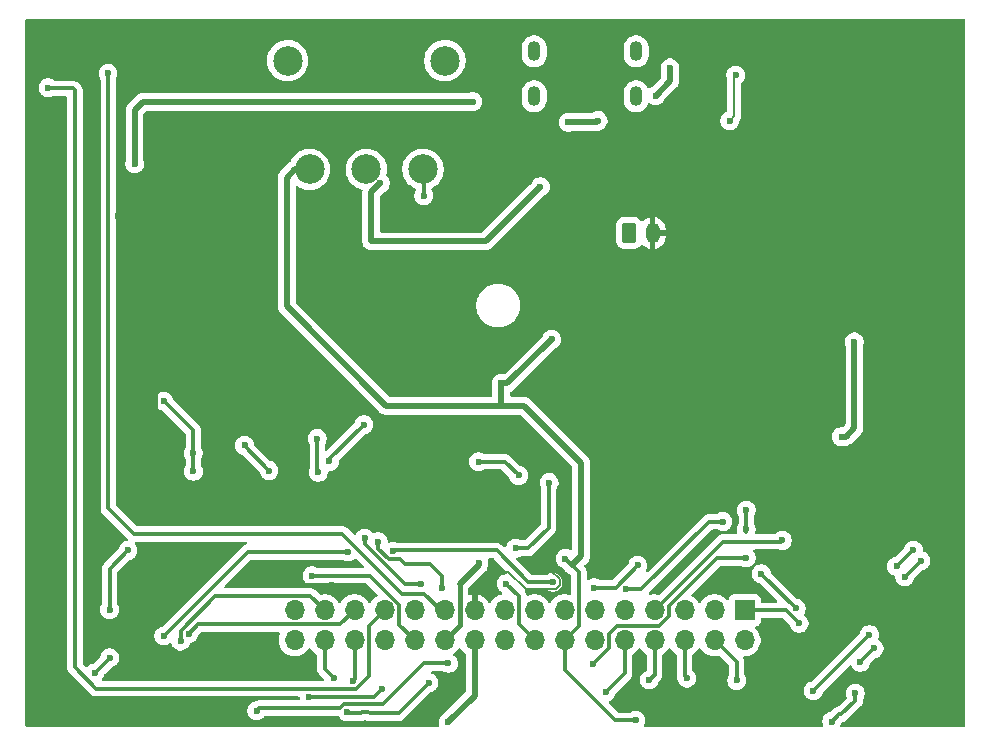
<source format=gbr>
%TF.GenerationSoftware,KiCad,Pcbnew,9.0.0*%
%TF.CreationDate,2025-03-28T14:38:41+02:00*%
%TF.ProjectId,Main,4d61696e-2e6b-4696-9361-645f70636258,rev?*%
%TF.SameCoordinates,Original*%
%TF.FileFunction,Copper,L2,Bot*%
%TF.FilePolarity,Positive*%
%FSLAX46Y46*%
G04 Gerber Fmt 4.6, Leading zero omitted, Abs format (unit mm)*
G04 Created by KiCad (PCBNEW 9.0.0) date 2025-03-28 14:38:41*
%MOMM*%
%LPD*%
G01*
G04 APERTURE LIST*
G04 Aperture macros list*
%AMRoundRect*
0 Rectangle with rounded corners*
0 $1 Rounding radius*
0 $2 $3 $4 $5 $6 $7 $8 $9 X,Y pos of 4 corners*
0 Add a 4 corners polygon primitive as box body*
4,1,4,$2,$3,$4,$5,$6,$7,$8,$9,$2,$3,0*
0 Add four circle primitives for the rounded corners*
1,1,$1+$1,$2,$3*
1,1,$1+$1,$4,$5*
1,1,$1+$1,$6,$7*
1,1,$1+$1,$8,$9*
0 Add four rect primitives between the rounded corners*
20,1,$1+$1,$2,$3,$4,$5,0*
20,1,$1+$1,$4,$5,$6,$7,0*
20,1,$1+$1,$6,$7,$8,$9,0*
20,1,$1+$1,$8,$9,$2,$3,0*%
G04 Aperture macros list end*
%TA.AperFunction,ComponentPad*%
%ADD10RoundRect,0.250000X-0.350000X-0.625000X0.350000X-0.625000X0.350000X0.625000X-0.350000X0.625000X0*%
%TD*%
%TA.AperFunction,ComponentPad*%
%ADD11O,1.200000X1.750000*%
%TD*%
%TA.AperFunction,ComponentPad*%
%ADD12R,1.700000X1.700000*%
%TD*%
%TA.AperFunction,ComponentPad*%
%ADD13O,1.700000X1.700000*%
%TD*%
%TA.AperFunction,HeatsinkPad*%
%ADD14O,1.100000X1.700000*%
%TD*%
%TA.AperFunction,ComponentPad*%
%ADD15C,2.500000*%
%TD*%
%TA.AperFunction,ViaPad*%
%ADD16C,0.600000*%
%TD*%
%TA.AperFunction,Conductor*%
%ADD17C,0.500000*%
%TD*%
%TA.AperFunction,Conductor*%
%ADD18C,0.300000*%
%TD*%
%TA.AperFunction,Conductor*%
%ADD19C,0.200000*%
%TD*%
%TA.AperFunction,Conductor*%
%ADD20C,0.400000*%
%TD*%
G04 APERTURE END LIST*
D10*
%TO.P,J3,1,Pin_1*%
%TO.N,/Battery*%
X145580000Y-69420000D03*
D11*
%TO.P,J3,2,Pin_2*%
%TO.N,GND*%
X147580000Y-69420000D03*
%TD*%
D12*
%TO.P,J1,1,Pin_1*%
%TO.N,/Motor2_B_OUT*%
X155380000Y-101370000D03*
D13*
%TO.P,J1,2,Pin_2*%
%TO.N,/Motor2_A_OUT*%
X155380000Y-103910000D03*
%TO.P,J1,3,Pin_3*%
%TO.N,/Motor4_A_OUT*%
X152840000Y-101370000D03*
%TO.P,J1,4,Pin_4*%
%TO.N,/MOTOR2_CTRL1*%
X152840000Y-103910000D03*
%TO.P,J1,5,Pin_5*%
%TO.N,/Motor4_B_OUT*%
X150300000Y-101370000D03*
%TO.P,J1,6,Pin_6*%
%TO.N,/MOTOR2_CTRL2*%
X150300000Y-103910000D03*
%TO.P,J1,7,Pin_7*%
%TO.N,/CTRL_EXT_LOAD2*%
X147760000Y-101370000D03*
%TO.P,J1,8,Pin_8*%
%TO.N,/MOTOR4_CTRL1*%
X147760000Y-103910000D03*
%TO.P,J1,9,Pin_9*%
%TO.N,/USART2_RX*%
X145220000Y-101370000D03*
%TO.P,J1,10,Pin_10*%
%TO.N,/MOTOR4_CTRL2*%
X145220000Y-103910000D03*
%TO.P,J1,11,Pin_11*%
%TO.N,/EXT_LOAD2_OUT*%
X142680000Y-101370000D03*
%TO.P,J1,12,Pin_12*%
%TO.N,/USART2_TX*%
X142680000Y-103910000D03*
%TO.P,J1,13,Pin_13*%
%TO.N,/FAST_CHARGE_CTRL*%
X140140000Y-101370000D03*
%TO.P,J1,14,Pin_14*%
%TO.N,/Battery*%
X140140000Y-103910000D03*
%TO.P,J1,15,Pin_15*%
%TO.N,unconnected-(J1-Pin_15-Pad15)*%
X137600000Y-101370000D03*
%TO.P,J1,16,Pin_16*%
%TO.N,/I2C1_SCL*%
X137600000Y-103910000D03*
%TO.P,J1,17,Pin_17*%
%TO.N,/I2C1_SDA*%
X135060000Y-101370000D03*
%TO.P,J1,18,Pin_18*%
%TO.N,/3V3 Out*%
X135060000Y-103910000D03*
%TO.P,J1,19,Pin_19*%
%TO.N,GND*%
X132520000Y-101370000D03*
%TO.P,J1,20,Pin_20*%
%TO.N,/5V Out*%
X132520000Y-103910000D03*
%TO.P,J1,21,Pin_21*%
%TO.N,/EXT_LOAD1_OUT*%
X129980000Y-101370000D03*
%TO.P,J1,22,Pin_22*%
%TO.N,/High Voltage (9V)*%
X129980000Y-103910000D03*
%TO.P,J1,23,Pin_23*%
%TO.N,GND*%
X127440000Y-101370000D03*
%TO.P,J1,24,Pin_24*%
%TO.N,/MOTOR3_CTRL1*%
X127440000Y-103910000D03*
%TO.P,J1,25,Pin_25*%
%TO.N,/CTRL_EXT_LOAD1*%
X124900000Y-101370000D03*
%TO.P,J1,26,Pin_26*%
%TO.N,/MOTOR3_CTRL2*%
X124900000Y-103910000D03*
%TO.P,J1,27,Pin_27*%
%TO.N,/MOTOR3_A_OUT*%
X122360000Y-101370000D03*
%TO.P,J1,28,Pin_28*%
%TO.N,/MOTOR1_CTRL1*%
X122360000Y-103910000D03*
%TO.P,J1,29,Pin_29*%
%TO.N,/MOTOR3_B_OUT*%
X119820000Y-101370000D03*
%TO.P,J1,30,Pin_30*%
%TO.N,/MOTOR1_CTRL2*%
X119820000Y-103910000D03*
%TO.P,J1,31,Pin_31*%
%TO.N,/MOTOR1_B_OUT*%
X117280000Y-101370000D03*
%TO.P,J1,32,Pin_32*%
%TO.N,/MOTOR1_A_OUT*%
X117280000Y-103910000D03*
%TD*%
D14*
%TO.P,J2,S1*%
%TO.N,N/C*%
X146200000Y-57850000D03*
X146200000Y-54050000D03*
X137560000Y-57850000D03*
X137560000Y-54050000D03*
%TD*%
D15*
%TO.P,SW2,1,1*%
%TO.N,/Battery*%
X118550000Y-64028500D03*
%TO.P,SW2,2,2*%
%TO.N,/switch*%
X123350000Y-64028500D03*
%TO.P,SW2,3,3*%
%TO.N,Net-(R23-Pad2)*%
X128150000Y-64028500D03*
%TO.P,SW2,4,4*%
%TO.N,unconnected-(SW2-Pad4)*%
X116700000Y-54828500D03*
%TO.P,SW2,5,5*%
%TO.N,unconnected-(SW2-Pad5)*%
X130000000Y-54828500D03*
%TD*%
D16*
%TO.N,/High Voltage (9V)*%
X142970000Y-59910000D03*
X140430000Y-60050000D03*
%TO.N,GND*%
X105370000Y-64030000D03*
X111640000Y-63820000D03*
X118140000Y-66970000D03*
X128420000Y-82170000D03*
X144690000Y-56670000D03*
X141540000Y-56410000D03*
X103260000Y-105810000D03*
X137770000Y-97920000D03*
X102300000Y-67980000D03*
X120400000Y-99250000D03*
X107520000Y-87990000D03*
X107600000Y-99180000D03*
X113455000Y-98265000D03*
X105040000Y-68000000D03*
X106710000Y-78140000D03*
%TO.N,/High Voltage (9V)*%
X132350000Y-58300000D03*
X147840000Y-57810000D03*
X149060000Y-55450000D03*
X103730000Y-63570000D03*
X132865000Y-97405000D03*
%TO.N,/3V3 Out*%
X142500000Y-105930000D03*
X123140000Y-85650000D03*
X155520000Y-92900000D03*
X120230000Y-88770000D03*
X155520000Y-94530000D03*
X155520000Y-96940000D03*
%TO.N,/VOUT*%
X119285000Y-89695000D03*
X119190000Y-86830000D03*
X132850000Y-88790000D03*
X136240000Y-89960000D03*
%TO.N,/Battery*%
X146170000Y-110700000D03*
X164740000Y-108410000D03*
X140200000Y-96990000D03*
X162751000Y-110790000D03*
X134780000Y-82170000D03*
X139040000Y-78430000D03*
%TO.N,/5V Out*%
X130261000Y-110860000D03*
%TO.N,/switch*%
X163580000Y-86670000D03*
X164670000Y-78650000D03*
X138090000Y-65500000D03*
X124531500Y-65210000D03*
%TO.N,/MOTOR1_CTRL2*%
X168240000Y-97640000D03*
X120650000Y-107140000D03*
X169670000Y-96270000D03*
%TO.N,/MOTOR2_CTRL1*%
X154700000Y-107310000D03*
X165180000Y-105770000D03*
X166340000Y-104600000D03*
%TO.N,/I2C1_SCL*%
X135200000Y-99120000D03*
X129770000Y-99450000D03*
X124350000Y-95580000D03*
%TO.N,/MOTOR1_CTRL1*%
X168940000Y-98520000D03*
X170300000Y-97180000D03*
X122240000Y-107350000D03*
%TO.N,/FAST_CHARGE_CTRL*%
X146330000Y-97580000D03*
X142640000Y-99460000D03*
%TO.N,/CTRL_EXT_LOAD2*%
X158570000Y-95460000D03*
%TO.N,/I2C1_SDA*%
X123210000Y-95260000D03*
X128000000Y-99140000D03*
%TO.N,/EXT_LOAD2_OUT*%
X153540000Y-93860000D03*
X145320000Y-99610000D03*
%TO.N,/MOTOR4_CTRL2*%
X124690000Y-108050000D03*
X118500000Y-108740000D03*
X143620000Y-108320000D03*
%TO.N,/Motor4_A_OUT*%
X100380000Y-106660000D03*
X101620000Y-105400000D03*
X130300000Y-105860000D03*
X114060000Y-109870000D03*
%TO.N,/Motor2_B_OUT*%
X159990000Y-102480000D03*
%TO.N,/MOTOR3_B_OUT*%
X107620000Y-103980000D03*
%TO.N,/MOTOR3_CTRL1*%
X118750000Y-98450000D03*
%TO.N,/MOTOR2_CTRL2*%
X165950000Y-103440000D03*
X150490000Y-107110000D03*
X161200000Y-108190000D03*
%TO.N,/MOTOR1_B_OUT*%
X156800000Y-98280000D03*
X159740000Y-101220000D03*
%TO.N,/EXT_LOAD1_OUT*%
X101480000Y-55910000D03*
%TO.N,/MOTOR3_A_OUT*%
X108310000Y-103340000D03*
%TO.N,/Motor4_B_OUT*%
X121800000Y-96440000D03*
X125630000Y-96370000D03*
X139150000Y-99000000D03*
X106200000Y-103540000D03*
%TO.N,/MOTOR4_CTRL1*%
X128650000Y-107510000D03*
X121710000Y-109980000D03*
X147300000Y-107270000D03*
%TO.N,/CTRL_EXT_LOAD1*%
X96410000Y-57130000D03*
%TO.N,Net-(U7-L1)*%
X113040000Y-87420000D03*
X115110000Y-89540000D03*
%TO.N,Net-(Q3-C)*%
X138820000Y-90560000D03*
X136000000Y-96110000D03*
%TO.N,Net-(U3-VSET)*%
X154620000Y-56060000D03*
X154120000Y-59920000D03*
%TO.N,Net-(U8-AISEN)*%
X101610000Y-101320000D03*
X103160000Y-96310000D03*
%TO.N,Net-(U7-FB)*%
X108700000Y-88070000D03*
X108710000Y-89600000D03*
X106210000Y-83660000D03*
%TO.N,Net-(R23-Pad2)*%
X128210000Y-66260000D03*
%TD*%
D17*
%TO.N,/Battery*%
X116610000Y-64733500D02*
X117315000Y-64028500D01*
X116610000Y-75640000D02*
X116610000Y-64733500D01*
X125020000Y-84050000D02*
X116610000Y-75640000D01*
X134800000Y-84050000D02*
X125020000Y-84050000D01*
X117315000Y-64028500D02*
X118550000Y-64028500D01*
X136700000Y-84050000D02*
X134800000Y-84050000D01*
%TO.N,/High Voltage (9V)*%
X142830000Y-60050000D02*
X142970000Y-59910000D01*
X140430000Y-60050000D02*
X142830000Y-60050000D01*
D18*
%TO.N,GND*%
X105370000Y-64030000D02*
X105310000Y-64030000D01*
X111430000Y-64030000D02*
X105370000Y-64030000D01*
X111640000Y-63820000D02*
X111430000Y-64030000D01*
X128420000Y-77250000D02*
X118140000Y-66970000D01*
X128420000Y-82170000D02*
X128420000Y-77250000D01*
X143810000Y-56670000D02*
X144690000Y-56670000D01*
X143550000Y-56410000D02*
X143810000Y-56670000D01*
X141540000Y-56410000D02*
X143550000Y-56410000D01*
D19*
X136859662Y-99601000D02*
X139398943Y-99601000D01*
D18*
X105040000Y-68000000D02*
X105020000Y-67980000D01*
X114440000Y-99250000D02*
X113455000Y-98265000D01*
X120400000Y-99250000D02*
X114440000Y-99250000D01*
X113455000Y-98265000D02*
X113440000Y-98250000D01*
X103260000Y-105810000D02*
X103260000Y-103520000D01*
D19*
X139398943Y-99601000D02*
X139751000Y-99248943D01*
X138919943Y-97920000D02*
X137770000Y-97920000D01*
X134572250Y-98115669D02*
X135374331Y-98115669D01*
D18*
X107520000Y-87990000D02*
X105559000Y-86029000D01*
X105559000Y-79291000D02*
X106710000Y-78140000D01*
D19*
X139751000Y-99248943D02*
X139751000Y-98751057D01*
X135374331Y-98115669D02*
X136859662Y-99601000D01*
D18*
X105020000Y-67980000D02*
X102300000Y-67980000D01*
D19*
X132520000Y-101370000D02*
X132520000Y-100167919D01*
D18*
X103260000Y-103520000D02*
X107600000Y-99180000D01*
D19*
X132520000Y-100167919D02*
X134572250Y-98115669D01*
X139751000Y-98751057D02*
X138919943Y-97920000D01*
D18*
X105559000Y-86029000D02*
X105559000Y-79291000D01*
D17*
%TO.N,/High Voltage (9V)*%
X103730000Y-63570000D02*
X103730000Y-59030000D01*
X149060000Y-56590000D02*
X149060000Y-55450000D01*
D20*
X131240000Y-102650000D02*
X129980000Y-103910000D01*
D17*
X103730000Y-59030000D02*
X104450000Y-58310000D01*
X132865000Y-97575000D02*
X131319000Y-99121000D01*
D20*
X131319000Y-99121000D02*
X131240000Y-99200000D01*
X131240000Y-99200000D02*
X131240000Y-102650000D01*
D18*
X132340000Y-58310000D02*
X132350000Y-58300000D01*
D17*
X147840000Y-57810000D02*
X149060000Y-56590000D01*
X104450000Y-58310000D02*
X132340000Y-58310000D01*
D18*
X132865000Y-97405000D02*
X132865000Y-97575000D01*
%TO.N,/3V3 Out*%
X143881000Y-103412529D02*
X143881000Y-104549000D01*
X120230000Y-88560000D02*
X123140000Y-85650000D01*
X148961000Y-101010529D02*
X148961000Y-101867471D01*
X155520000Y-94530000D02*
X155520000Y-94720000D01*
X143881000Y-104549000D02*
X142500000Y-105930000D01*
X155520000Y-96940000D02*
X153031529Y-96940000D01*
X153031529Y-96940000D02*
X148961000Y-101010529D01*
X148961000Y-101867471D02*
X148119471Y-102709000D01*
X148119471Y-102709000D02*
X144584529Y-102709000D01*
X123140000Y-85650000D02*
X123160000Y-85630000D01*
X120230000Y-88770000D02*
X120230000Y-88560000D01*
X144584529Y-102709000D02*
X143881000Y-103412529D01*
X155520000Y-92900000D02*
X155520000Y-94530000D01*
%TO.N,/VOUT*%
X132850000Y-88790000D02*
X132820000Y-88790000D01*
X136240000Y-89960000D02*
X135070000Y-88790000D01*
X119190000Y-89600000D02*
X119285000Y-89695000D01*
X119285000Y-89695000D02*
X119310000Y-89720000D01*
X135070000Y-88790000D02*
X132850000Y-88790000D01*
X119190000Y-86830000D02*
X119190000Y-89600000D01*
%TO.N,/Battery*%
X141341000Y-98131000D02*
X141341000Y-102709000D01*
D17*
X140755000Y-97545000D02*
X141530000Y-96770000D01*
D18*
X140200000Y-96990000D02*
X140755000Y-97545000D01*
X163351083Y-110189917D02*
X162751000Y-110790000D01*
X164740000Y-109020000D02*
X164740000Y-108410000D01*
X163570083Y-110189917D02*
X164740000Y-109020000D01*
D17*
X141530000Y-96770000D02*
X141530000Y-88880000D01*
D18*
X140140000Y-106420000D02*
X140140000Y-103910000D01*
X146170000Y-110700000D02*
X144420000Y-110700000D01*
X141341000Y-102709000D02*
X140140000Y-103910000D01*
X163570083Y-110189917D02*
X163351083Y-110189917D01*
D17*
X134780000Y-84030000D02*
X134800000Y-84050000D01*
X134780000Y-82170000D02*
X134780000Y-84030000D01*
X139040000Y-78430000D02*
X135300000Y-82170000D01*
D18*
X144420000Y-110700000D02*
X140140000Y-106420000D01*
D17*
X117845000Y-64733500D02*
X118550000Y-64028500D01*
X141530000Y-88880000D02*
X136700000Y-84050000D01*
X135300000Y-82170000D02*
X134780000Y-82170000D01*
D18*
X140755000Y-97545000D02*
X141341000Y-98131000D01*
D17*
%TO.N,/5V Out*%
X132520000Y-108601000D02*
X132520000Y-103910000D01*
X130261000Y-110860000D02*
X132520000Y-108601000D01*
%TO.N,/switch*%
X164670000Y-85950000D02*
X164640000Y-85980000D01*
X137620000Y-65960000D02*
X133440000Y-70140000D01*
X123770000Y-70140000D02*
X123770000Y-65971500D01*
X137630000Y-65960000D02*
X137620000Y-65960000D01*
X163950000Y-86670000D02*
X163580000Y-86670000D01*
X164670000Y-78650000D02*
X164670000Y-85950000D01*
X123770000Y-65971500D02*
X124531500Y-65210000D01*
X164640000Y-85980000D02*
X163950000Y-86670000D01*
X133440000Y-70140000D02*
X123770000Y-70140000D01*
X138090000Y-65500000D02*
X137630000Y-65960000D01*
D18*
%TO.N,/MOTOR1_CTRL2*%
X120650000Y-107140000D02*
X119820000Y-106310000D01*
X169610000Y-96270000D02*
X169670000Y-96270000D01*
X119820000Y-106310000D02*
X119820000Y-103910000D01*
X168240000Y-97640000D02*
X169610000Y-96270000D01*
%TO.N,/MOTOR2_CTRL1*%
X154700000Y-107310000D02*
X154700000Y-105770000D01*
X165180000Y-105760000D02*
X165180000Y-105770000D01*
X166340000Y-104600000D02*
X165180000Y-105760000D01*
X154700000Y-105770000D02*
X152840000Y-103910000D01*
%TO.N,/I2C1_SCL*%
X129760000Y-99440000D02*
X129760000Y-98490000D01*
X125249000Y-97049000D02*
X124350000Y-96150000D01*
X129760000Y-98490000D02*
X128700000Y-97430000D01*
X135200000Y-99120000D02*
X136261000Y-100181000D01*
X136261000Y-100181000D02*
X136261000Y-102571000D01*
X124350000Y-96150000D02*
X124350000Y-95580000D01*
X126610000Y-97430000D02*
X126229000Y-97049000D01*
X126229000Y-97049000D02*
X125249000Y-97049000D01*
X129770000Y-99450000D02*
X129760000Y-99440000D01*
X128700000Y-97430000D02*
X126610000Y-97430000D01*
X136261000Y-102571000D02*
X137600000Y-103910000D01*
%TO.N,/MOTOR1_CTRL1*%
X168940000Y-98520000D02*
X170280000Y-97180000D01*
X122360000Y-107230000D02*
X122360000Y-103910000D01*
X170280000Y-97180000D02*
X170300000Y-97180000D01*
X122240000Y-107350000D02*
X122360000Y-107230000D01*
%TO.N,/FAST_CHARGE_CTRL*%
X142640000Y-99460000D02*
X144450000Y-99460000D01*
X144450000Y-99460000D02*
X146330000Y-97580000D01*
%TO.N,/CTRL_EXT_LOAD2*%
X153560000Y-95570000D02*
X147760000Y-101370000D01*
X158460000Y-95570000D02*
X153560000Y-95570000D01*
X158570000Y-95460000D02*
X158460000Y-95570000D01*
%TO.N,/I2C1_SDA*%
X126631480Y-99140000D02*
X128000000Y-99140000D01*
X123210000Y-95260000D02*
X123210000Y-95718520D01*
X123210000Y-95718520D02*
X126631480Y-99140000D01*
%TO.N,/EXT_LOAD2_OUT*%
X146630000Y-99610000D02*
X145320000Y-99610000D01*
X153540000Y-93860000D02*
X152380000Y-93860000D01*
X152380000Y-93860000D02*
X146630000Y-99610000D01*
%TO.N,/MOTOR4_CTRL2*%
X124000000Y-108740000D02*
X124690000Y-108050000D01*
X118500000Y-108740000D02*
X124000000Y-108740000D01*
X143620000Y-108320000D02*
X145220000Y-106720000D01*
X145220000Y-106720000D02*
X145220000Y-103910000D01*
%TO.N,/Motor4_A_OUT*%
X128190000Y-105860000D02*
X124721000Y-109329000D01*
X114290000Y-109640000D02*
X114060000Y-109870000D01*
X124721000Y-109329000D02*
X121440346Y-109329000D01*
X121440346Y-109329000D02*
X121129346Y-109640000D01*
X130300000Y-105860000D02*
X128190000Y-105860000D01*
X101620000Y-105400000D02*
X100380000Y-106640000D01*
X121129346Y-109640000D02*
X114290000Y-109640000D01*
X100380000Y-106640000D02*
X100380000Y-106660000D01*
%TO.N,/Motor2_B_OUT*%
X158880000Y-101370000D02*
X159990000Y-102480000D01*
X155380000Y-101370000D02*
X158880000Y-101370000D01*
%TO.N,/MOTOR3_B_OUT*%
X110560346Y-100169000D02*
X118619000Y-100169000D01*
X107620000Y-103109346D02*
X110560346Y-100169000D01*
X118619000Y-100169000D02*
X119820000Y-101370000D01*
X107620000Y-103980000D02*
X107620000Y-103109346D01*
%TO.N,/MOTOR3_CTRL1*%
X126120000Y-100891529D02*
X126120000Y-102590000D01*
X126120000Y-102590000D02*
X127440000Y-103910000D01*
X123678471Y-98450000D02*
X126120000Y-100891529D01*
X118750000Y-98450000D02*
X123678471Y-98450000D01*
%TO.N,/MOTOR2_CTRL2*%
X165950000Y-103440000D02*
X161200000Y-108190000D01*
X161200000Y-108190000D02*
X161140000Y-108250000D01*
X150300000Y-106920000D02*
X150300000Y-103910000D01*
X150490000Y-107110000D02*
X150300000Y-106920000D01*
%TO.N,/MOTOR1_B_OUT*%
X156770000Y-98250000D02*
X156720000Y-98250000D01*
X156800000Y-98280000D02*
X156770000Y-98250000D01*
X159740000Y-101220000D02*
X156800000Y-98280000D01*
%TO.N,/EXT_LOAD1_OUT*%
X126390000Y-99970000D02*
X121330000Y-94910000D01*
X129650000Y-101370000D02*
X128250000Y-99970000D01*
X101500000Y-55930000D02*
X101480000Y-55910000D01*
X101480000Y-55910000D02*
X101470000Y-55900000D01*
X121330000Y-94910000D02*
X103710000Y-94910000D01*
X129980000Y-101370000D02*
X129650000Y-101370000D01*
X103710000Y-94910000D02*
X101500000Y-92700000D01*
X101500000Y-92700000D02*
X101500000Y-55930000D01*
X128250000Y-99970000D02*
X126390000Y-99970000D01*
%TO.N,/MOTOR3_A_OUT*%
X121159000Y-102571000D02*
X122360000Y-101370000D01*
X108310000Y-103340000D02*
X109079000Y-102571000D01*
X109079000Y-102571000D02*
X121159000Y-102571000D01*
%TO.N,/Motor4_B_OUT*%
X106200000Y-103540000D02*
X113300000Y-96440000D01*
X134376471Y-96310000D02*
X137066471Y-99000000D01*
X125690000Y-96310000D02*
X134376471Y-96310000D01*
X113300000Y-96440000D02*
X121800000Y-96440000D01*
X137066471Y-99000000D02*
X139150000Y-99000000D01*
X125630000Y-96370000D02*
X125690000Y-96310000D01*
%TO.N,/MOTOR4_CTRL1*%
X126080000Y-110080000D02*
X128650000Y-107510000D01*
X121960000Y-110080000D02*
X122889346Y-110080000D01*
X122889346Y-110080000D02*
X122990346Y-109979000D01*
X147300000Y-107270000D02*
X147760000Y-106810000D01*
X122990346Y-109979000D02*
X123529654Y-109979000D01*
X121710000Y-109980000D02*
X121860000Y-109980000D01*
X147760000Y-106810000D02*
X147760000Y-103910000D01*
X123529654Y-109979000D02*
X123630654Y-110080000D01*
X123630654Y-110080000D02*
X126080000Y-110080000D01*
X121860000Y-109980000D02*
X121960000Y-110080000D01*
%TO.N,/CTRL_EXT_LOAD1*%
X98670000Y-57350000D02*
X98670000Y-106190000D01*
X96460000Y-57180000D02*
X96410000Y-57130000D01*
X123561000Y-106949654D02*
X123561000Y-102709000D01*
X100500000Y-108020000D02*
X122490654Y-108020000D01*
X98500000Y-57180000D02*
X98670000Y-57350000D01*
X98500000Y-57180000D02*
X96460000Y-57180000D01*
X122490654Y-108020000D02*
X123561000Y-106949654D01*
X123561000Y-102709000D02*
X124900000Y-101370000D01*
X98670000Y-106190000D02*
X100500000Y-108020000D01*
%TO.N,Net-(U7-L1)*%
X115110000Y-89540000D02*
X113040000Y-87470000D01*
X113040000Y-87470000D02*
X113040000Y-87420000D01*
%TO.N,Net-(Q3-C)*%
X138780000Y-94400000D02*
X138780000Y-90600000D01*
X138780000Y-90600000D02*
X138820000Y-90560000D01*
X137070000Y-96110000D02*
X138780000Y-94400000D01*
X136000000Y-96110000D02*
X137070000Y-96110000D01*
D19*
%TO.N,Net-(U3-VSET)*%
X154480000Y-56200000D02*
X154620000Y-56060000D01*
X154120000Y-59920000D02*
X154480000Y-59560000D01*
X154480000Y-56920000D02*
X154480000Y-56200000D01*
X154480000Y-59560000D02*
X154480000Y-56920000D01*
D18*
%TO.N,Net-(U8-AISEN)*%
X101610000Y-101320000D02*
X101610000Y-97860000D01*
X101610000Y-97860000D02*
X103160000Y-96310000D01*
X103160000Y-96310000D02*
X103170000Y-96300000D01*
%TO.N,Net-(U7-FB)*%
X106480000Y-83920000D02*
X106220000Y-83660000D01*
X108700000Y-86140000D02*
X106480000Y-83920000D01*
X106220000Y-83660000D02*
X106210000Y-83660000D01*
X108700000Y-88070000D02*
X108700000Y-86140000D01*
X108700000Y-89590000D02*
X108710000Y-89600000D01*
X108700000Y-88070000D02*
X108700000Y-89590000D01*
%TO.N,Net-(R23-Pad2)*%
X128210000Y-66260000D02*
X128190000Y-66240000D01*
X128210000Y-66260000D02*
X128210000Y-64088500D01*
X128210000Y-64088500D02*
X128150000Y-64028500D01*
%TD*%
%TA.AperFunction,Conductor*%
%TO.N,GND*%
G36*
X173945548Y-51330266D02*
G01*
X174012578Y-51349976D01*
X174058314Y-51402797D01*
X174069500Y-51454266D01*
X174069500Y-111165267D01*
X174049815Y-111232306D01*
X173997011Y-111278061D01*
X173945454Y-111289267D01*
X163597780Y-111285415D01*
X163571065Y-111277559D01*
X163543604Y-111272932D01*
X163538005Y-111267839D01*
X163530748Y-111265705D01*
X163512521Y-111244655D01*
X163491921Y-111225914D01*
X163489965Y-111218604D01*
X163485012Y-111212884D01*
X163481059Y-111185320D01*
X163473862Y-111158419D01*
X163475852Y-111149006D01*
X163475095Y-111143722D01*
X163479728Y-111123615D01*
X163481295Y-111118718D01*
X163520737Y-111023497D01*
X163535452Y-110949513D01*
X163537598Y-110942811D01*
X163553401Y-110919480D01*
X163566463Y-110894510D01*
X163568015Y-110892930D01*
X163590549Y-110870396D01*
X163651871Y-110836912D01*
X163654003Y-110836468D01*
X163759827Y-110815418D01*
X163878210Y-110766382D01*
X163903120Y-110749738D01*
X163903121Y-110749738D01*
X163969328Y-110705500D01*
X163984752Y-110695194D01*
X165245276Y-109434670D01*
X165280870Y-109381398D01*
X165316464Y-109328129D01*
X165316465Y-109328127D01*
X165365501Y-109209744D01*
X165375276Y-109160602D01*
X165390500Y-109084071D01*
X165390500Y-108914935D01*
X165410185Y-108847896D01*
X165411366Y-108846090D01*
X165449394Y-108789179D01*
X165509737Y-108643497D01*
X165540500Y-108488842D01*
X165540500Y-108331158D01*
X165540500Y-108331155D01*
X165540499Y-108331153D01*
X165539676Y-108327015D01*
X165509737Y-108176503D01*
X165491215Y-108131786D01*
X165449397Y-108030827D01*
X165449390Y-108030814D01*
X165361789Y-107899711D01*
X165361786Y-107899707D01*
X165250292Y-107788213D01*
X165250288Y-107788210D01*
X165119185Y-107700609D01*
X165119172Y-107700602D01*
X164973501Y-107640264D01*
X164973489Y-107640261D01*
X164818845Y-107609500D01*
X164818842Y-107609500D01*
X164661158Y-107609500D01*
X164661155Y-107609500D01*
X164506510Y-107640261D01*
X164506498Y-107640264D01*
X164360827Y-107700602D01*
X164360814Y-107700609D01*
X164229711Y-107788210D01*
X164229707Y-107788213D01*
X164118213Y-107899707D01*
X164118210Y-107899711D01*
X164030609Y-108030814D01*
X164030602Y-108030827D01*
X163970264Y-108176498D01*
X163970261Y-108176510D01*
X163939500Y-108331153D01*
X163939500Y-108488846D01*
X163970261Y-108643489D01*
X163970264Y-108643501D01*
X164004835Y-108726964D01*
X164012304Y-108796434D01*
X163981028Y-108858913D01*
X163977955Y-108862097D01*
X163330617Y-109509436D01*
X163316886Y-109517397D01*
X163307858Y-109527401D01*
X163282442Y-109537366D01*
X163275464Y-109541413D01*
X163271329Y-109542536D01*
X163161339Y-109564416D01*
X163112304Y-109584727D01*
X163105008Y-109587748D01*
X163104997Y-109587752D01*
X163042964Y-109613447D01*
X163042946Y-109613457D01*
X162936415Y-109684638D01*
X162936408Y-109684644D01*
X162648068Y-109972984D01*
X162586745Y-110006469D01*
X162584579Y-110006920D01*
X162517508Y-110020261D01*
X162517498Y-110020264D01*
X162371827Y-110080602D01*
X162371814Y-110080609D01*
X162240711Y-110168210D01*
X162240707Y-110168213D01*
X162129213Y-110279707D01*
X162129210Y-110279711D01*
X162041609Y-110410814D01*
X162041602Y-110410827D01*
X161981264Y-110556498D01*
X161981261Y-110556510D01*
X161950500Y-110711153D01*
X161950500Y-110868846D01*
X161981261Y-111023489D01*
X161981264Y-111023501D01*
X162018473Y-111113332D01*
X162025942Y-111182801D01*
X161994666Y-111245280D01*
X161934577Y-111280932D01*
X161903866Y-111284784D01*
X146977667Y-111279228D01*
X146910635Y-111259518D01*
X146864899Y-111206697D01*
X146854982Y-111137535D01*
X146874613Y-111086333D01*
X146879394Y-111079179D01*
X146939737Y-110933497D01*
X146970500Y-110778842D01*
X146970500Y-110621158D01*
X146970500Y-110621155D01*
X146970499Y-110621153D01*
X146962193Y-110579397D01*
X146939737Y-110466503D01*
X146939735Y-110466498D01*
X146879397Y-110320827D01*
X146879390Y-110320814D01*
X146791789Y-110189711D01*
X146791786Y-110189707D01*
X146680292Y-110078213D01*
X146680288Y-110078210D01*
X146549185Y-109990609D01*
X146549172Y-109990602D01*
X146403501Y-109930264D01*
X146403489Y-109930261D01*
X146248845Y-109899500D01*
X146248842Y-109899500D01*
X146091158Y-109899500D01*
X146091155Y-109899500D01*
X145936510Y-109930261D01*
X145936498Y-109930264D01*
X145790827Y-109990602D01*
X145790820Y-109990606D01*
X145777387Y-109999582D01*
X145733955Y-110028602D01*
X145667279Y-110049480D01*
X145665065Y-110049500D01*
X144740808Y-110049500D01*
X144673769Y-110029815D01*
X144653127Y-110013181D01*
X143897171Y-109257225D01*
X143863686Y-109195902D01*
X143868670Y-109126210D01*
X143910542Y-109070277D01*
X143937393Y-109054985D01*
X143999179Y-109029394D01*
X144130289Y-108941789D01*
X144241789Y-108830289D01*
X144329394Y-108699179D01*
X144389737Y-108553497D01*
X144403079Y-108486416D01*
X144435463Y-108424509D01*
X144436958Y-108422986D01*
X144748791Y-108111153D01*
X160399500Y-108111153D01*
X160399500Y-108268846D01*
X160430261Y-108423489D01*
X160430264Y-108423501D01*
X160490602Y-108569172D01*
X160490609Y-108569185D01*
X160578210Y-108700288D01*
X160578213Y-108700292D01*
X160689707Y-108811786D01*
X160689711Y-108811789D01*
X160820814Y-108899390D01*
X160820827Y-108899397D01*
X160966498Y-108959735D01*
X160966503Y-108959737D01*
X161066778Y-108979683D01*
X161121153Y-108990499D01*
X161121156Y-108990500D01*
X161121158Y-108990500D01*
X161278844Y-108990500D01*
X161278845Y-108990499D01*
X161433497Y-108959737D01*
X161579179Y-108899394D01*
X161710289Y-108811789D01*
X161821789Y-108700289D01*
X161909394Y-108569179D01*
X161969737Y-108423497D01*
X161983079Y-108356416D01*
X162015463Y-108294509D01*
X162016959Y-108292985D01*
X164248633Y-106061311D01*
X164309954Y-106027828D01*
X164379646Y-106032812D01*
X164435579Y-106074684D01*
X164450873Y-106101540D01*
X164470606Y-106149179D01*
X164470609Y-106149185D01*
X164558210Y-106280288D01*
X164558213Y-106280292D01*
X164669707Y-106391786D01*
X164669711Y-106391789D01*
X164800814Y-106479390D01*
X164800827Y-106479397D01*
X164946498Y-106539735D01*
X164946503Y-106539737D01*
X165095578Y-106569390D01*
X165101153Y-106570499D01*
X165101156Y-106570500D01*
X165101158Y-106570500D01*
X165258844Y-106570500D01*
X165258845Y-106570499D01*
X165413497Y-106539737D01*
X165547888Y-106484071D01*
X165559172Y-106479397D01*
X165559172Y-106479396D01*
X165559179Y-106479394D01*
X165690289Y-106391789D01*
X165801789Y-106280289D01*
X165889394Y-106149179D01*
X165949737Y-106003497D01*
X165965562Y-105923934D01*
X165997946Y-105862026D01*
X165999442Y-105860502D01*
X166442931Y-105417013D01*
X166504252Y-105383530D01*
X166506317Y-105383099D01*
X166573497Y-105369737D01*
X166719179Y-105309394D01*
X166850289Y-105221789D01*
X166961789Y-105110289D01*
X167049394Y-104979179D01*
X167109737Y-104833497D01*
X167140500Y-104678842D01*
X167140500Y-104521158D01*
X167140500Y-104521155D01*
X167140499Y-104521153D01*
X167134360Y-104490289D01*
X167109737Y-104366503D01*
X167106703Y-104359179D01*
X167049397Y-104220827D01*
X167049390Y-104220814D01*
X166961789Y-104089711D01*
X166961786Y-104089707D01*
X166850292Y-103978213D01*
X166850288Y-103978210D01*
X166733794Y-103900371D01*
X166688989Y-103846759D01*
X166680282Y-103777434D01*
X166688122Y-103749822D01*
X166719737Y-103673497D01*
X166750500Y-103518842D01*
X166750500Y-103361158D01*
X166750500Y-103361155D01*
X166750499Y-103361153D01*
X166727094Y-103243489D01*
X166719737Y-103206503D01*
X166700812Y-103160814D01*
X166659397Y-103060827D01*
X166659390Y-103060814D01*
X166571789Y-102929711D01*
X166571786Y-102929707D01*
X166460292Y-102818213D01*
X166460288Y-102818210D01*
X166329185Y-102730609D01*
X166329172Y-102730602D01*
X166183501Y-102670264D01*
X166183489Y-102670261D01*
X166028845Y-102639500D01*
X166028842Y-102639500D01*
X165871158Y-102639500D01*
X165871155Y-102639500D01*
X165716510Y-102670261D01*
X165716498Y-102670264D01*
X165570827Y-102730602D01*
X165570814Y-102730609D01*
X165439711Y-102818210D01*
X165439707Y-102818213D01*
X165328213Y-102929707D01*
X165328210Y-102929711D01*
X165240609Y-103060814D01*
X165240602Y-103060827D01*
X165180264Y-103206498D01*
X165180261Y-103206508D01*
X165166920Y-103273579D01*
X165134535Y-103335490D01*
X165132984Y-103337068D01*
X161097068Y-107372984D01*
X161035745Y-107406469D01*
X161033579Y-107406920D01*
X160966508Y-107420261D01*
X160966498Y-107420264D01*
X160820827Y-107480602D01*
X160820814Y-107480609D01*
X160689711Y-107568210D01*
X160689707Y-107568213D01*
X160578213Y-107679707D01*
X160578210Y-107679711D01*
X160490609Y-107810814D01*
X160490602Y-107810827D01*
X160430264Y-107956498D01*
X160430261Y-107956510D01*
X160399500Y-108111153D01*
X144748791Y-108111153D01*
X145725277Y-107134669D01*
X145796465Y-107028127D01*
X145835646Y-106933535D01*
X145845501Y-106909744D01*
X145849784Y-106888211D01*
X145870500Y-106784071D01*
X145870500Y-105169617D01*
X145890185Y-105102578D01*
X145924592Y-105068902D01*
X145923874Y-105067914D01*
X145927811Y-105065053D01*
X145927816Y-105065051D01*
X146099792Y-104940104D01*
X146250104Y-104789792D01*
X146250106Y-104789788D01*
X146250109Y-104789786D01*
X146375048Y-104617820D01*
X146375047Y-104617820D01*
X146375051Y-104617816D01*
X146379514Y-104609054D01*
X146427488Y-104558259D01*
X146495308Y-104541463D01*
X146561444Y-104563999D01*
X146600486Y-104609056D01*
X146604951Y-104617820D01*
X146729890Y-104789786D01*
X146729896Y-104789792D01*
X146880208Y-104940104D01*
X147052184Y-105065051D01*
X147052188Y-105065053D01*
X147056126Y-105067914D01*
X147055146Y-105069262D01*
X147097160Y-105115690D01*
X147109500Y-105169617D01*
X147109500Y-106399598D01*
X147089815Y-106466637D01*
X147037011Y-106512392D01*
X147032953Y-106514159D01*
X146920824Y-106560604D01*
X146920814Y-106560609D01*
X146789711Y-106648210D01*
X146789707Y-106648213D01*
X146678213Y-106759707D01*
X146678210Y-106759711D01*
X146590609Y-106890814D01*
X146590602Y-106890827D01*
X146530264Y-107036498D01*
X146530261Y-107036510D01*
X146499500Y-107191153D01*
X146499500Y-107348846D01*
X146530261Y-107503489D01*
X146530264Y-107503501D01*
X146590602Y-107649172D01*
X146590609Y-107649185D01*
X146678210Y-107780288D01*
X146678213Y-107780292D01*
X146789707Y-107891786D01*
X146789711Y-107891789D01*
X146920814Y-107979390D01*
X146920827Y-107979397D01*
X147044992Y-108030827D01*
X147066503Y-108039737D01*
X147221153Y-108070499D01*
X147221156Y-108070500D01*
X147221158Y-108070500D01*
X147378844Y-108070500D01*
X147378845Y-108070499D01*
X147533497Y-108039737D01*
X147679179Y-107979394D01*
X147810289Y-107891789D01*
X147921789Y-107780289D01*
X148009394Y-107649179D01*
X148069737Y-107503497D01*
X148083079Y-107436416D01*
X148115463Y-107374509D01*
X148116961Y-107372984D01*
X148265276Y-107224670D01*
X148336465Y-107118127D01*
X148385501Y-106999744D01*
X148395345Y-106950256D01*
X148404330Y-106905087D01*
X148410500Y-106874070D01*
X148410500Y-105169617D01*
X148430185Y-105102578D01*
X148464592Y-105068902D01*
X148463874Y-105067914D01*
X148467811Y-105065053D01*
X148467816Y-105065051D01*
X148639792Y-104940104D01*
X148790104Y-104789792D01*
X148790106Y-104789788D01*
X148790109Y-104789786D01*
X148915048Y-104617820D01*
X148915047Y-104617820D01*
X148915051Y-104617816D01*
X148919514Y-104609054D01*
X148967488Y-104558259D01*
X149035308Y-104541463D01*
X149101444Y-104563999D01*
X149140486Y-104609056D01*
X149144951Y-104617820D01*
X149269890Y-104789786D01*
X149269896Y-104789792D01*
X149420208Y-104940104D01*
X149592184Y-105065051D01*
X149592188Y-105065053D01*
X149596126Y-105067914D01*
X149595146Y-105069262D01*
X149637160Y-105115690D01*
X149649500Y-105169617D01*
X149649500Y-106984071D01*
X149670446Y-107089372D01*
X149670447Y-107089378D01*
X149671632Y-107095331D01*
X149674499Y-107109744D01*
X149682399Y-107128816D01*
X149684171Y-107134663D01*
X149684253Y-107144248D01*
X149689500Y-107170624D01*
X149689500Y-107188846D01*
X149720261Y-107343489D01*
X149720264Y-107343501D01*
X149780602Y-107489172D01*
X149780609Y-107489185D01*
X149868210Y-107620288D01*
X149868213Y-107620292D01*
X149979707Y-107731786D01*
X149979711Y-107731789D01*
X150110814Y-107819390D01*
X150110827Y-107819397D01*
X150256498Y-107879735D01*
X150256503Y-107879737D01*
X150411153Y-107910499D01*
X150411156Y-107910500D01*
X150411158Y-107910500D01*
X150568844Y-107910500D01*
X150568845Y-107910499D01*
X150723497Y-107879737D01*
X150869179Y-107819394D01*
X151000289Y-107731789D01*
X151111789Y-107620289D01*
X151199394Y-107489179D01*
X151259737Y-107343497D01*
X151290500Y-107188842D01*
X151290500Y-107031158D01*
X151290500Y-107031155D01*
X151290499Y-107031153D01*
X151278498Y-106970821D01*
X151259737Y-106876503D01*
X151258681Y-106873954D01*
X151199397Y-106730827D01*
X151199390Y-106730814D01*
X151111789Y-106599711D01*
X151111786Y-106599707D01*
X151000295Y-106488216D01*
X150995834Y-106484555D01*
X150956500Y-106426809D01*
X150950500Y-106388702D01*
X150950500Y-105169617D01*
X150970185Y-105102578D01*
X151004592Y-105068902D01*
X151003874Y-105067914D01*
X151007811Y-105065053D01*
X151007816Y-105065051D01*
X151179792Y-104940104D01*
X151330104Y-104789792D01*
X151330106Y-104789788D01*
X151330109Y-104789786D01*
X151455048Y-104617820D01*
X151455047Y-104617820D01*
X151455051Y-104617816D01*
X151459514Y-104609054D01*
X151507488Y-104558259D01*
X151575308Y-104541463D01*
X151641444Y-104563999D01*
X151680486Y-104609056D01*
X151684951Y-104617820D01*
X151809890Y-104789786D01*
X151960213Y-104940109D01*
X152132179Y-105065048D01*
X152132181Y-105065049D01*
X152132184Y-105065051D01*
X152321588Y-105161557D01*
X152523757Y-105227246D01*
X152733713Y-105260500D01*
X152733714Y-105260500D01*
X152946286Y-105260500D01*
X152946287Y-105260500D01*
X153087013Y-105238211D01*
X153161055Y-105226484D01*
X153161315Y-105228126D01*
X153223863Y-105231254D01*
X153270712Y-105260657D01*
X154013181Y-106003126D01*
X154046666Y-106064449D01*
X154049500Y-106090807D01*
X154049500Y-106805064D01*
X154029815Y-106872103D01*
X154028603Y-106873954D01*
X153990608Y-106930817D01*
X153990602Y-106930828D01*
X153930264Y-107076498D01*
X153930261Y-107076510D01*
X153899500Y-107231153D01*
X153899500Y-107388846D01*
X153930261Y-107543489D01*
X153930264Y-107543501D01*
X153990602Y-107689172D01*
X153990609Y-107689185D01*
X154078210Y-107820288D01*
X154078213Y-107820292D01*
X154189707Y-107931786D01*
X154189711Y-107931789D01*
X154320814Y-108019390D01*
X154320827Y-108019397D01*
X154464888Y-108079068D01*
X154466503Y-108079737D01*
X154621153Y-108110499D01*
X154621156Y-108110500D01*
X154621158Y-108110500D01*
X154778844Y-108110500D01*
X154778845Y-108110499D01*
X154933497Y-108079737D01*
X155051592Y-108030821D01*
X155079172Y-108019397D01*
X155079172Y-108019396D01*
X155079179Y-108019394D01*
X155079186Y-108019388D01*
X155079190Y-108019387D01*
X155105262Y-108001966D01*
X155105266Y-108001964D01*
X155173309Y-107956498D01*
X155210289Y-107931789D01*
X155321789Y-107820289D01*
X155409394Y-107689179D01*
X155469737Y-107543497D01*
X155500500Y-107388842D01*
X155500500Y-107231158D01*
X155500500Y-107231155D01*
X155500499Y-107231153D01*
X155492542Y-107191153D01*
X155469737Y-107076503D01*
X155463381Y-107061158D01*
X155409397Y-106930828D01*
X155409396Y-106930827D01*
X155409394Y-106930821D01*
X155371396Y-106873953D01*
X155350520Y-106807276D01*
X155350500Y-106805064D01*
X155350500Y-105705928D01*
X155325502Y-105580261D01*
X155325501Y-105580260D01*
X155325501Y-105580256D01*
X155284311Y-105480814D01*
X155276466Y-105461875D01*
X155276464Y-105461872D01*
X155270798Y-105453392D01*
X155249920Y-105386714D01*
X155268404Y-105319334D01*
X155320382Y-105272644D01*
X155373900Y-105260500D01*
X155486286Y-105260500D01*
X155486287Y-105260500D01*
X155696243Y-105227246D01*
X155898412Y-105161557D01*
X156087816Y-105065051D01*
X156148694Y-105020821D01*
X156259786Y-104940109D01*
X156259788Y-104940106D01*
X156259792Y-104940104D01*
X156410104Y-104789792D01*
X156410106Y-104789788D01*
X156410109Y-104789786D01*
X156535048Y-104617820D01*
X156535047Y-104617820D01*
X156535051Y-104617816D01*
X156631557Y-104428412D01*
X156697246Y-104226243D01*
X156730500Y-104016287D01*
X156730500Y-103803713D01*
X156697246Y-103593757D01*
X156631557Y-103391588D01*
X156535051Y-103202184D01*
X156535049Y-103202181D01*
X156535048Y-103202179D01*
X156410109Y-103030213D01*
X156296569Y-102916673D01*
X156263084Y-102855350D01*
X156268068Y-102785658D01*
X156309940Y-102729725D01*
X156340915Y-102712810D01*
X156472331Y-102663796D01*
X156587546Y-102577546D01*
X156673796Y-102462331D01*
X156724091Y-102327483D01*
X156730500Y-102267873D01*
X156730500Y-102144500D01*
X156750185Y-102077461D01*
X156802989Y-102031706D01*
X156854500Y-102020500D01*
X158559192Y-102020500D01*
X158626231Y-102040185D01*
X158646873Y-102056819D01*
X159172984Y-102582930D01*
X159206469Y-102644253D01*
X159206920Y-102646420D01*
X159220261Y-102713489D01*
X159220264Y-102713501D01*
X159280602Y-102859172D01*
X159280609Y-102859185D01*
X159368210Y-102990288D01*
X159368213Y-102990292D01*
X159479707Y-103101786D01*
X159479711Y-103101789D01*
X159610814Y-103189390D01*
X159610827Y-103189397D01*
X159735856Y-103241185D01*
X159756503Y-103249737D01*
X159911153Y-103280499D01*
X159911156Y-103280500D01*
X159911158Y-103280500D01*
X160068844Y-103280500D01*
X160068845Y-103280499D01*
X160223497Y-103249737D01*
X160369179Y-103189394D01*
X160500289Y-103101789D01*
X160611789Y-102990289D01*
X160699394Y-102859179D01*
X160759737Y-102713497D01*
X160790500Y-102558842D01*
X160790500Y-102401158D01*
X160790500Y-102401155D01*
X160790499Y-102401153D01*
X160770366Y-102299939D01*
X160759737Y-102246503D01*
X160738786Y-102195922D01*
X160699397Y-102100827D01*
X160699390Y-102100814D01*
X160611789Y-101969711D01*
X160611786Y-101969707D01*
X160500292Y-101858213D01*
X160500288Y-101858210D01*
X160448548Y-101823638D01*
X160403743Y-101770025D01*
X160395036Y-101700700D01*
X160414338Y-101651644D01*
X160449389Y-101599187D01*
X160449390Y-101599184D01*
X160449394Y-101599179D01*
X160509737Y-101453497D01*
X160540500Y-101298842D01*
X160540500Y-101141158D01*
X160540500Y-101141155D01*
X160540499Y-101141153D01*
X160509738Y-100986510D01*
X160509737Y-100986503D01*
X160509735Y-100986498D01*
X160449397Y-100840827D01*
X160449390Y-100840814D01*
X160361789Y-100709711D01*
X160361786Y-100709707D01*
X160250292Y-100598213D01*
X160250288Y-100598210D01*
X160119185Y-100510609D01*
X160119172Y-100510602D01*
X159973501Y-100450264D01*
X159973489Y-100450261D01*
X159906420Y-100436920D01*
X159844509Y-100404535D01*
X159842930Y-100402984D01*
X157617015Y-98177069D01*
X157583530Y-98115746D01*
X157583093Y-98113652D01*
X157569737Y-98046503D01*
X157537426Y-97968496D01*
X157509397Y-97900827D01*
X157509390Y-97900814D01*
X157421789Y-97769711D01*
X157421786Y-97769707D01*
X157310292Y-97658213D01*
X157310287Y-97658209D01*
X157310227Y-97658169D01*
X157310225Y-97658168D01*
X157179185Y-97570609D01*
X157179172Y-97570602D01*
X157156360Y-97561153D01*
X167439500Y-97561153D01*
X167439500Y-97718846D01*
X167470261Y-97873489D01*
X167470264Y-97873501D01*
X167530602Y-98019172D01*
X167530609Y-98019185D01*
X167618210Y-98150288D01*
X167618213Y-98150292D01*
X167729707Y-98261786D01*
X167729711Y-98261789D01*
X167860814Y-98349390D01*
X167860827Y-98349397D01*
X167945643Y-98384528D01*
X168006503Y-98409737D01*
X168039691Y-98416338D01*
X168101600Y-98448721D01*
X168136176Y-98509436D01*
X168139500Y-98537955D01*
X168139500Y-98598846D01*
X168170261Y-98753489D01*
X168170264Y-98753501D01*
X168230602Y-98899172D01*
X168230609Y-98899185D01*
X168318210Y-99030288D01*
X168318213Y-99030292D01*
X168429707Y-99141786D01*
X168429711Y-99141789D01*
X168560814Y-99229390D01*
X168560827Y-99229397D01*
X168706498Y-99289735D01*
X168706503Y-99289737D01*
X168861153Y-99320499D01*
X168861156Y-99320500D01*
X168861158Y-99320500D01*
X169018844Y-99320500D01*
X169018845Y-99320499D01*
X169173497Y-99289737D01*
X169309264Y-99233501D01*
X169319172Y-99229397D01*
X169319172Y-99229396D01*
X169319179Y-99229394D01*
X169450289Y-99141789D01*
X169561789Y-99030289D01*
X169649394Y-98899179D01*
X169709737Y-98753497D01*
X169723079Y-98686417D01*
X169755462Y-98624508D01*
X169756955Y-98622988D01*
X170377965Y-98001979D01*
X170439286Y-97968496D01*
X170441295Y-97968077D01*
X170533497Y-97949737D01*
X170679179Y-97889394D01*
X170810289Y-97801789D01*
X170921789Y-97690289D01*
X171009394Y-97559179D01*
X171069737Y-97413497D01*
X171100500Y-97258842D01*
X171100500Y-97101158D01*
X171100500Y-97101155D01*
X171100499Y-97101153D01*
X171092668Y-97061786D01*
X171069737Y-96946503D01*
X171048580Y-96895425D01*
X171009397Y-96800827D01*
X171009390Y-96800814D01*
X170921789Y-96669711D01*
X170921786Y-96669707D01*
X170810292Y-96558213D01*
X170810288Y-96558210D01*
X170679185Y-96470609D01*
X170679176Y-96470604D01*
X170547047Y-96415875D01*
X170492644Y-96372034D01*
X170470579Y-96305740D01*
X170470500Y-96301314D01*
X170470500Y-96191155D01*
X170470499Y-96191153D01*
X170447695Y-96076510D01*
X170439737Y-96036503D01*
X170412312Y-95970292D01*
X170379397Y-95890827D01*
X170379390Y-95890814D01*
X170291789Y-95759711D01*
X170291786Y-95759707D01*
X170180292Y-95648213D01*
X170180288Y-95648210D01*
X170049185Y-95560609D01*
X170049172Y-95560602D01*
X169903501Y-95500264D01*
X169903489Y-95500261D01*
X169748845Y-95469500D01*
X169748842Y-95469500D01*
X169591158Y-95469500D01*
X169591155Y-95469500D01*
X169436510Y-95500261D01*
X169436498Y-95500264D01*
X169290827Y-95560602D01*
X169290814Y-95560609D01*
X169159711Y-95648210D01*
X169159707Y-95648213D01*
X169048213Y-95759707D01*
X169048210Y-95759711D01*
X168960609Y-95890814D01*
X168960602Y-95890827D01*
X168900263Y-96036500D01*
X168899136Y-96040217D01*
X168868159Y-96091893D01*
X168137068Y-96822984D01*
X168075745Y-96856469D01*
X168073579Y-96856920D01*
X168006508Y-96870261D01*
X168006498Y-96870264D01*
X167860827Y-96930602D01*
X167860814Y-96930609D01*
X167729711Y-97018210D01*
X167729707Y-97018213D01*
X167618213Y-97129707D01*
X167618210Y-97129711D01*
X167530609Y-97260814D01*
X167530602Y-97260827D01*
X167470264Y-97406498D01*
X167470261Y-97406510D01*
X167439500Y-97561153D01*
X157156360Y-97561153D01*
X157033501Y-97510264D01*
X157033489Y-97510261D01*
X156878845Y-97479500D01*
X156878842Y-97479500D01*
X156721158Y-97479500D01*
X156721155Y-97479500D01*
X156566510Y-97510261D01*
X156566498Y-97510264D01*
X156420827Y-97570602D01*
X156420814Y-97570609D01*
X156289711Y-97658210D01*
X156289707Y-97658213D01*
X156178213Y-97769707D01*
X156178210Y-97769711D01*
X156090609Y-97900814D01*
X156090602Y-97900827D01*
X156030264Y-98046498D01*
X156030261Y-98046510D01*
X155999500Y-98201153D01*
X155999500Y-98358846D01*
X156030261Y-98513489D01*
X156030264Y-98513501D01*
X156090602Y-98659172D01*
X156090609Y-98659185D01*
X156178210Y-98790288D01*
X156178213Y-98790292D01*
X156289707Y-98901786D01*
X156289711Y-98901789D01*
X156420814Y-98989390D01*
X156420827Y-98989397D01*
X156508230Y-99025599D01*
X156566503Y-99049737D01*
X156633580Y-99063079D01*
X156695490Y-99095463D01*
X156697069Y-99097015D01*
X158107873Y-100507819D01*
X158141358Y-100569142D01*
X158136374Y-100638834D01*
X158094502Y-100694767D01*
X158029038Y-100719184D01*
X158020192Y-100719500D01*
X156854499Y-100719500D01*
X156787460Y-100699815D01*
X156741705Y-100647011D01*
X156730499Y-100595500D01*
X156730499Y-100472129D01*
X156730498Y-100472123D01*
X156729372Y-100461652D01*
X156724091Y-100412517D01*
X156723472Y-100410858D01*
X156673797Y-100277671D01*
X156673793Y-100277664D01*
X156587547Y-100162455D01*
X156587544Y-100162452D01*
X156472335Y-100076206D01*
X156472328Y-100076202D01*
X156337482Y-100025908D01*
X156337483Y-100025908D01*
X156277883Y-100019501D01*
X156277881Y-100019500D01*
X156277873Y-100019500D01*
X156277864Y-100019500D01*
X154482129Y-100019500D01*
X154482123Y-100019501D01*
X154422516Y-100025908D01*
X154287671Y-100076202D01*
X154287664Y-100076206D01*
X154172455Y-100162452D01*
X154172452Y-100162455D01*
X154086206Y-100277664D01*
X154086203Y-100277669D01*
X154037189Y-100409083D01*
X153995317Y-100465016D01*
X153929853Y-100489433D01*
X153861580Y-100474581D01*
X153833326Y-100453430D01*
X153719786Y-100339890D01*
X153547820Y-100214951D01*
X153358414Y-100118444D01*
X153358413Y-100118443D01*
X153358412Y-100118443D01*
X153156243Y-100052754D01*
X153156241Y-100052753D01*
X153156240Y-100052753D01*
X152994957Y-100027208D01*
X152946287Y-100019500D01*
X152733713Y-100019500D01*
X152685042Y-100027208D01*
X152523760Y-100052753D01*
X152437025Y-100080935D01*
X152326242Y-100116931D01*
X152321585Y-100118444D01*
X152132179Y-100214951D01*
X151960213Y-100339890D01*
X151809890Y-100490213D01*
X151684949Y-100662182D01*
X151680484Y-100670946D01*
X151632509Y-100721742D01*
X151564688Y-100738536D01*
X151498553Y-100715998D01*
X151459516Y-100670946D01*
X151455050Y-100662182D01*
X151330109Y-100490213D01*
X151179786Y-100339890D01*
X151007817Y-100214949D01*
X150940418Y-100180608D01*
X150889621Y-100132634D01*
X150872826Y-100064813D01*
X150895363Y-99998678D01*
X150909025Y-99982448D01*
X153264656Y-97626819D01*
X153325979Y-97593334D01*
X153352337Y-97590500D01*
X155015065Y-97590500D01*
X155082104Y-97610185D01*
X155083909Y-97611366D01*
X155140821Y-97649394D01*
X155140823Y-97649395D01*
X155140827Y-97649397D01*
X155271182Y-97703391D01*
X155286503Y-97709737D01*
X155389387Y-97730202D01*
X155441153Y-97740499D01*
X155441156Y-97740500D01*
X155441158Y-97740500D01*
X155598844Y-97740500D01*
X155598845Y-97740499D01*
X155753497Y-97709737D01*
X155899179Y-97649394D01*
X156030289Y-97561789D01*
X156141789Y-97450289D01*
X156229394Y-97319179D01*
X156289737Y-97173497D01*
X156320500Y-97018842D01*
X156320500Y-96861158D01*
X156320500Y-96861155D01*
X156320499Y-96861153D01*
X156317071Y-96843918D01*
X156289737Y-96706503D01*
X156280691Y-96684663D01*
X156229397Y-96560827D01*
X156229390Y-96560814D01*
X156141789Y-96429711D01*
X156137924Y-96425001D01*
X156139591Y-96423632D01*
X156110775Y-96370858D01*
X156115759Y-96301166D01*
X156157631Y-96245233D01*
X156223095Y-96220816D01*
X156231941Y-96220500D01*
X158289538Y-96220500D01*
X158330471Y-96228641D01*
X158330676Y-96227969D01*
X158336492Y-96229732D01*
X158336503Y-96229737D01*
X158491153Y-96260499D01*
X158491156Y-96260500D01*
X158491158Y-96260500D01*
X158648844Y-96260500D01*
X158648845Y-96260499D01*
X158803497Y-96229737D01*
X158949179Y-96169394D01*
X159080289Y-96081789D01*
X159191789Y-95970289D01*
X159279394Y-95839179D01*
X159339737Y-95693497D01*
X159370500Y-95538842D01*
X159370500Y-95381158D01*
X159370500Y-95381155D01*
X159370499Y-95381153D01*
X159339738Y-95226510D01*
X159339737Y-95226503D01*
X159282397Y-95088070D01*
X159279397Y-95080827D01*
X159279390Y-95080814D01*
X159191789Y-94949711D01*
X159191786Y-94949707D01*
X159080292Y-94838213D01*
X159080288Y-94838210D01*
X158949185Y-94750609D01*
X158949172Y-94750602D01*
X158803501Y-94690264D01*
X158803489Y-94690261D01*
X158648845Y-94659500D01*
X158648842Y-94659500D01*
X158491158Y-94659500D01*
X158491155Y-94659500D01*
X158336510Y-94690261D01*
X158336498Y-94690264D01*
X158190827Y-94750602D01*
X158190814Y-94750609D01*
X158059711Y-94838210D01*
X158059707Y-94838213D01*
X158014742Y-94883180D01*
X157953419Y-94916666D01*
X157927060Y-94919500D01*
X156409609Y-94919500D01*
X156342570Y-94899815D01*
X156296815Y-94847011D01*
X156286871Y-94777853D01*
X156288725Y-94769507D01*
X156288549Y-94769472D01*
X156320499Y-94608846D01*
X156320500Y-94608844D01*
X156320500Y-94451155D01*
X156320499Y-94451153D01*
X156311263Y-94404723D01*
X156289737Y-94296503D01*
X156229394Y-94150821D01*
X156191396Y-94093953D01*
X156170520Y-94027276D01*
X156170500Y-94025064D01*
X156170500Y-93404935D01*
X156190185Y-93337896D01*
X156191366Y-93336090D01*
X156229394Y-93279179D01*
X156289737Y-93133497D01*
X156320500Y-92978842D01*
X156320500Y-92821158D01*
X156320500Y-92821155D01*
X156320499Y-92821153D01*
X156289738Y-92666510D01*
X156289737Y-92666503D01*
X156289735Y-92666498D01*
X156229397Y-92520827D01*
X156229390Y-92520814D01*
X156141789Y-92389711D01*
X156141786Y-92389707D01*
X156030292Y-92278213D01*
X156030288Y-92278210D01*
X155899185Y-92190609D01*
X155899172Y-92190602D01*
X155753501Y-92130264D01*
X155753489Y-92130261D01*
X155598845Y-92099500D01*
X155598842Y-92099500D01*
X155441158Y-92099500D01*
X155441155Y-92099500D01*
X155286510Y-92130261D01*
X155286498Y-92130264D01*
X155140827Y-92190602D01*
X155140814Y-92190609D01*
X155009711Y-92278210D01*
X155009707Y-92278213D01*
X154898213Y-92389707D01*
X154898210Y-92389711D01*
X154810609Y-92520814D01*
X154810602Y-92520827D01*
X154750264Y-92666498D01*
X154750261Y-92666510D01*
X154719500Y-92821153D01*
X154719500Y-92978846D01*
X154750261Y-93133489D01*
X154750264Y-93133501D01*
X154810602Y-93279172D01*
X154810606Y-93279179D01*
X154848602Y-93336044D01*
X154869480Y-93402721D01*
X154869500Y-93404935D01*
X154869500Y-94025064D01*
X154849815Y-94092103D01*
X154848603Y-94093954D01*
X154810608Y-94150817D01*
X154810602Y-94150828D01*
X154750264Y-94296498D01*
X154750261Y-94296510D01*
X154719500Y-94451153D01*
X154719500Y-94608846D01*
X154751451Y-94769472D01*
X154749147Y-94769930D01*
X154749671Y-94829386D01*
X154712415Y-94888495D01*
X154649118Y-94918078D01*
X154630391Y-94919500D01*
X153495929Y-94919500D01*
X153370261Y-94944497D01*
X153370251Y-94944500D01*
X153321220Y-94964810D01*
X153251881Y-94993530D01*
X153251863Y-94993540D01*
X153145332Y-95064721D01*
X153145325Y-95064727D01*
X148190710Y-100019342D01*
X148129387Y-100052827D01*
X148081245Y-100052315D01*
X148081055Y-100053516D01*
X147976111Y-100036894D01*
X147866287Y-100019500D01*
X147653713Y-100019500D01*
X147605042Y-100027208D01*
X147443760Y-100052753D01*
X147436414Y-100055140D01*
X147366572Y-100057132D01*
X147306741Y-100021048D01*
X147275916Y-99958346D01*
X147283884Y-99888932D01*
X147310420Y-99849526D01*
X152613127Y-94546819D01*
X152674450Y-94513334D01*
X152700808Y-94510500D01*
X153035065Y-94510500D01*
X153102104Y-94530185D01*
X153103909Y-94531366D01*
X153160821Y-94569394D01*
X153160823Y-94569395D01*
X153160827Y-94569397D01*
X153256062Y-94608844D01*
X153306503Y-94629737D01*
X153456131Y-94659500D01*
X153461153Y-94660499D01*
X153461156Y-94660500D01*
X153461158Y-94660500D01*
X153618844Y-94660500D01*
X153618845Y-94660499D01*
X153773497Y-94629737D01*
X153919179Y-94569394D01*
X154050289Y-94481789D01*
X154161789Y-94370289D01*
X154249394Y-94239179D01*
X154309737Y-94093497D01*
X154340500Y-93938842D01*
X154340500Y-93781158D01*
X154340500Y-93781155D01*
X154340499Y-93781153D01*
X154309738Y-93626510D01*
X154309737Y-93626503D01*
X154309735Y-93626498D01*
X154249397Y-93480827D01*
X154249390Y-93480814D01*
X154161789Y-93349711D01*
X154161786Y-93349707D01*
X154050292Y-93238213D01*
X154050288Y-93238210D01*
X153919185Y-93150609D01*
X153919172Y-93150602D01*
X153773501Y-93090264D01*
X153773489Y-93090261D01*
X153618845Y-93059500D01*
X153618842Y-93059500D01*
X153461158Y-93059500D01*
X153461155Y-93059500D01*
X153306510Y-93090261D01*
X153306498Y-93090264D01*
X153160827Y-93150602D01*
X153160820Y-93150606D01*
X153131928Y-93169911D01*
X153103955Y-93188602D01*
X153037279Y-93209480D01*
X153035065Y-93209500D01*
X152315929Y-93209500D01*
X152190261Y-93234497D01*
X152190255Y-93234499D01*
X152071874Y-93283534D01*
X151965326Y-93354726D01*
X151965325Y-93354727D01*
X147252875Y-98067178D01*
X147191552Y-98100663D01*
X147121860Y-98095679D01*
X147065927Y-98053807D01*
X147041510Y-97988343D01*
X147050632Y-97932046D01*
X147099737Y-97813497D01*
X147130500Y-97658842D01*
X147130500Y-97501158D01*
X147130500Y-97501155D01*
X147130499Y-97501153D01*
X147111671Y-97406498D01*
X147099737Y-97346503D01*
X147059108Y-97248415D01*
X147039397Y-97200827D01*
X147039390Y-97200814D01*
X146951789Y-97069711D01*
X146951786Y-97069707D01*
X146840292Y-96958213D01*
X146840288Y-96958210D01*
X146709185Y-96870609D01*
X146709172Y-96870602D01*
X146563501Y-96810264D01*
X146563489Y-96810261D01*
X146408845Y-96779500D01*
X146408842Y-96779500D01*
X146251158Y-96779500D01*
X146251155Y-96779500D01*
X146096510Y-96810261D01*
X146096498Y-96810264D01*
X145950827Y-96870602D01*
X145950814Y-96870609D01*
X145819711Y-96958210D01*
X145819707Y-96958213D01*
X145708213Y-97069707D01*
X145708210Y-97069711D01*
X145620609Y-97200814D01*
X145620602Y-97200827D01*
X145560264Y-97346498D01*
X145560261Y-97346508D01*
X145546920Y-97413579D01*
X145514535Y-97475490D01*
X145512984Y-97477068D01*
X144216873Y-98773181D01*
X144155550Y-98806666D01*
X144129192Y-98809500D01*
X143144935Y-98809500D01*
X143077896Y-98789815D01*
X143076090Y-98788633D01*
X143019179Y-98750606D01*
X143019172Y-98750602D01*
X142873501Y-98690264D01*
X142873489Y-98690261D01*
X142718845Y-98659500D01*
X142718842Y-98659500D01*
X142561158Y-98659500D01*
X142561155Y-98659500D01*
X142406510Y-98690261D01*
X142406498Y-98690264D01*
X142260827Y-98750602D01*
X142260814Y-98750609D01*
X142184391Y-98801674D01*
X142117713Y-98822552D01*
X142050333Y-98804067D01*
X142003643Y-98752088D01*
X141991500Y-98698572D01*
X141991500Y-98066928D01*
X141966502Y-97941261D01*
X141966501Y-97941260D01*
X141966501Y-97941256D01*
X141917465Y-97822873D01*
X141917464Y-97822872D01*
X141917461Y-97822866D01*
X141846276Y-97716331D01*
X141846273Y-97716327D01*
X141833337Y-97703391D01*
X141799852Y-97642068D01*
X141804836Y-97572376D01*
X141833333Y-97528033D01*
X142112952Y-97248415D01*
X142163010Y-97173497D01*
X142195084Y-97125495D01*
X142218549Y-97068846D01*
X142230612Y-97039724D01*
X142248384Y-96996819D01*
X142251659Y-96988912D01*
X142280500Y-96843917D01*
X142280500Y-96696082D01*
X142280500Y-88806082D01*
X142273375Y-88770263D01*
X142251659Y-88661088D01*
X142208338Y-88556503D01*
X142206023Y-88550916D01*
X142206022Y-88550910D01*
X142195087Y-88524511D01*
X142195080Y-88524498D01*
X142112952Y-88401585D01*
X142112951Y-88401584D01*
X142008416Y-88297049D01*
X140302520Y-86591153D01*
X162779500Y-86591153D01*
X162779500Y-86748846D01*
X162810261Y-86903489D01*
X162810264Y-86903501D01*
X162870602Y-87049172D01*
X162870609Y-87049185D01*
X162958210Y-87180288D01*
X162958213Y-87180292D01*
X163069707Y-87291786D01*
X163069711Y-87291789D01*
X163200814Y-87379390D01*
X163200827Y-87379397D01*
X163300060Y-87420500D01*
X163346503Y-87439737D01*
X163501153Y-87470499D01*
X163501156Y-87470500D01*
X163501158Y-87470500D01*
X163658844Y-87470500D01*
X163658845Y-87470499D01*
X163735152Y-87455320D01*
X163813488Y-87439739D01*
X163813489Y-87439738D01*
X163813497Y-87439737D01*
X163837155Y-87429937D01*
X163884604Y-87420500D01*
X164023920Y-87420500D01*
X164121462Y-87401096D01*
X164168913Y-87391658D01*
X164305495Y-87335084D01*
X164370291Y-87291789D01*
X164370294Y-87291786D01*
X164370296Y-87291786D01*
X164408823Y-87266043D01*
X164428416Y-87252952D01*
X165118413Y-86562953D01*
X165118416Y-86562952D01*
X165252951Y-86428416D01*
X165335084Y-86305495D01*
X165391658Y-86168913D01*
X165401096Y-86121462D01*
X165420500Y-86023920D01*
X165420500Y-78954604D01*
X165429939Y-78907151D01*
X165439737Y-78883497D01*
X165470500Y-78728842D01*
X165470500Y-78571158D01*
X165470500Y-78571155D01*
X165470499Y-78571153D01*
X165439738Y-78416510D01*
X165439737Y-78416503D01*
X165439735Y-78416498D01*
X165379397Y-78270827D01*
X165379390Y-78270814D01*
X165291789Y-78139711D01*
X165291786Y-78139707D01*
X165180292Y-78028213D01*
X165180288Y-78028210D01*
X165049185Y-77940609D01*
X165049172Y-77940602D01*
X164903501Y-77880264D01*
X164903489Y-77880261D01*
X164748845Y-77849500D01*
X164748842Y-77849500D01*
X164591158Y-77849500D01*
X164591155Y-77849500D01*
X164436510Y-77880261D01*
X164436498Y-77880264D01*
X164290827Y-77940602D01*
X164290814Y-77940609D01*
X164159711Y-78028210D01*
X164159707Y-78028213D01*
X164048213Y-78139707D01*
X164048210Y-78139711D01*
X163960609Y-78270814D01*
X163960602Y-78270827D01*
X163900264Y-78416498D01*
X163900261Y-78416510D01*
X163869500Y-78571153D01*
X163869500Y-78728846D01*
X163900261Y-78883489D01*
X163900263Y-78883497D01*
X163910061Y-78907151D01*
X163919500Y-78954604D01*
X163919500Y-85587769D01*
X163910855Y-85617209D01*
X163904332Y-85647196D01*
X163900577Y-85652211D01*
X163899815Y-85654808D01*
X163883181Y-85675450D01*
X163725450Y-85833181D01*
X163664127Y-85866666D01*
X163637769Y-85869500D01*
X163501155Y-85869500D01*
X163346510Y-85900261D01*
X163346498Y-85900264D01*
X163200827Y-85960602D01*
X163200814Y-85960609D01*
X163069711Y-86048210D01*
X163069707Y-86048213D01*
X162958213Y-86159707D01*
X162958210Y-86159711D01*
X162870609Y-86290814D01*
X162870602Y-86290827D01*
X162810264Y-86436498D01*
X162810261Y-86436510D01*
X162779500Y-86591153D01*
X140302520Y-86591153D01*
X137178416Y-83467048D01*
X137178415Y-83467047D01*
X137178413Y-83467045D01*
X137117734Y-83426503D01*
X137100104Y-83414723D01*
X137055495Y-83384916D01*
X137055494Y-83384915D01*
X137055492Y-83384914D01*
X137055490Y-83384913D01*
X136918917Y-83328343D01*
X136918907Y-83328340D01*
X136773920Y-83299500D01*
X136773918Y-83299500D01*
X135654500Y-83299500D01*
X135645814Y-83296949D01*
X135636853Y-83298238D01*
X135612812Y-83287259D01*
X135587461Y-83279815D01*
X135581533Y-83272974D01*
X135573297Y-83269213D01*
X135559007Y-83246978D01*
X135541706Y-83227011D01*
X135539418Y-83216496D01*
X135535523Y-83210435D01*
X135530500Y-83175500D01*
X135530500Y-82969712D01*
X135550185Y-82902673D01*
X135602989Y-82856918D01*
X135606993Y-82855173D01*
X135655495Y-82835084D01*
X135720291Y-82791789D01*
X135720294Y-82791786D01*
X135720296Y-82791786D01*
X135749547Y-82772240D01*
X135778416Y-82752952D01*
X139355297Y-79176069D01*
X139395524Y-79149191D01*
X139419179Y-79139394D01*
X139550289Y-79051789D01*
X139661789Y-78940289D01*
X139749394Y-78809179D01*
X139809737Y-78663497D01*
X139840500Y-78508842D01*
X139840500Y-78351158D01*
X139840500Y-78351155D01*
X139840499Y-78351153D01*
X139809738Y-78196510D01*
X139809737Y-78196503D01*
X139775855Y-78114703D01*
X139749397Y-78050827D01*
X139749390Y-78050814D01*
X139661789Y-77919711D01*
X139661786Y-77919707D01*
X139550292Y-77808213D01*
X139550288Y-77808210D01*
X139419185Y-77720609D01*
X139419172Y-77720602D01*
X139273501Y-77660264D01*
X139273489Y-77660261D01*
X139118845Y-77629500D01*
X139118842Y-77629500D01*
X138961158Y-77629500D01*
X138961155Y-77629500D01*
X138806510Y-77660261D01*
X138806498Y-77660264D01*
X138660827Y-77720602D01*
X138660814Y-77720609D01*
X138529711Y-77808210D01*
X138529707Y-77808213D01*
X138418213Y-77919707D01*
X138418207Y-77919715D01*
X138330607Y-78050818D01*
X138330606Y-78050819D01*
X138320805Y-78074480D01*
X138293927Y-78114703D01*
X135056085Y-81352545D01*
X134994762Y-81386030D01*
X134944212Y-81386481D01*
X134858844Y-81369500D01*
X134858842Y-81369500D01*
X134701158Y-81369500D01*
X134701155Y-81369500D01*
X134546510Y-81400261D01*
X134546498Y-81400264D01*
X134400827Y-81460602D01*
X134400814Y-81460609D01*
X134269711Y-81548210D01*
X134269707Y-81548213D01*
X134158213Y-81659707D01*
X134158210Y-81659711D01*
X134070609Y-81790814D01*
X134070602Y-81790827D01*
X134010264Y-81936498D01*
X134010261Y-81936510D01*
X133979500Y-82091153D01*
X133979500Y-82248846D01*
X134010261Y-82403489D01*
X134010263Y-82403497D01*
X134020061Y-82427151D01*
X134029500Y-82474604D01*
X134029500Y-83175500D01*
X134009815Y-83242539D01*
X133957011Y-83288294D01*
X133905500Y-83299500D01*
X125382230Y-83299500D01*
X125315191Y-83279815D01*
X125294549Y-83263181D01*
X117480079Y-75448711D01*
X132659500Y-75448711D01*
X132659500Y-75691288D01*
X132691161Y-75931785D01*
X132753947Y-76166104D01*
X132846773Y-76390205D01*
X132846776Y-76390212D01*
X132968064Y-76600289D01*
X132968066Y-76600292D01*
X132968067Y-76600293D01*
X133115733Y-76792736D01*
X133115739Y-76792743D01*
X133287256Y-76964260D01*
X133287262Y-76964265D01*
X133479711Y-77111936D01*
X133689788Y-77233224D01*
X133913900Y-77326054D01*
X134148211Y-77388838D01*
X134328586Y-77412584D01*
X134388711Y-77420500D01*
X134388712Y-77420500D01*
X134631289Y-77420500D01*
X134679388Y-77414167D01*
X134871789Y-77388838D01*
X135106100Y-77326054D01*
X135330212Y-77233224D01*
X135540289Y-77111936D01*
X135732738Y-76964265D01*
X135904265Y-76792738D01*
X136051936Y-76600289D01*
X136173224Y-76390212D01*
X136266054Y-76166100D01*
X136328838Y-75931789D01*
X136360500Y-75691288D01*
X136360500Y-75448712D01*
X136328838Y-75208211D01*
X136266054Y-74973900D01*
X136173224Y-74749788D01*
X136051936Y-74539711D01*
X135904265Y-74347262D01*
X135904260Y-74347256D01*
X135732743Y-74175739D01*
X135732736Y-74175733D01*
X135540293Y-74028067D01*
X135540292Y-74028066D01*
X135540289Y-74028064D01*
X135330212Y-73906776D01*
X135330205Y-73906773D01*
X135106104Y-73813947D01*
X134871785Y-73751161D01*
X134631289Y-73719500D01*
X134631288Y-73719500D01*
X134388712Y-73719500D01*
X134388711Y-73719500D01*
X134148214Y-73751161D01*
X133913895Y-73813947D01*
X133689794Y-73906773D01*
X133689785Y-73906777D01*
X133479706Y-74028067D01*
X133287263Y-74175733D01*
X133287256Y-74175739D01*
X133115739Y-74347256D01*
X133115733Y-74347263D01*
X132968067Y-74539706D01*
X132846777Y-74749785D01*
X132846773Y-74749794D01*
X132753947Y-74973895D01*
X132691161Y-75208214D01*
X132659500Y-75448711D01*
X117480079Y-75448711D01*
X117396819Y-75365451D01*
X117363334Y-75304128D01*
X117360500Y-75277770D01*
X117360500Y-65573668D01*
X117380185Y-65506629D01*
X117432989Y-65460874D01*
X117502147Y-65450930D01*
X117559986Y-65475292D01*
X117575388Y-65487111D01*
X117774112Y-65601844D01*
X117774117Y-65601846D01*
X117774123Y-65601849D01*
X117839498Y-65628928D01*
X117986113Y-65689658D01*
X118207762Y-65749048D01*
X118435266Y-65779000D01*
X118435273Y-65779000D01*
X118664727Y-65779000D01*
X118664734Y-65779000D01*
X118892238Y-65749048D01*
X119113887Y-65689658D01*
X119325888Y-65601844D01*
X119524612Y-65487111D01*
X119706661Y-65347419D01*
X119706665Y-65347414D01*
X119706670Y-65347411D01*
X119868911Y-65185170D01*
X119868914Y-65185165D01*
X119868919Y-65185161D01*
X120008611Y-65003112D01*
X120123344Y-64804388D01*
X120211158Y-64592387D01*
X120270548Y-64370738D01*
X120300500Y-64143234D01*
X120300500Y-63913766D01*
X120300499Y-63913758D01*
X121599500Y-63913758D01*
X121599500Y-64143241D01*
X121623926Y-64328768D01*
X121629452Y-64370738D01*
X121667996Y-64514586D01*
X121688842Y-64592387D01*
X121776650Y-64804376D01*
X121776657Y-64804390D01*
X121819277Y-64878210D01*
X121876023Y-64976498D01*
X121891392Y-65003117D01*
X122031081Y-65185161D01*
X122031089Y-65185170D01*
X122193330Y-65347411D01*
X122193338Y-65347418D01*
X122193339Y-65347419D01*
X122214545Y-65363691D01*
X122375382Y-65487107D01*
X122375385Y-65487108D01*
X122375388Y-65487111D01*
X122574112Y-65601844D01*
X122574117Y-65601846D01*
X122574123Y-65601849D01*
X122639498Y-65628928D01*
X122786113Y-65689658D01*
X122934774Y-65729491D01*
X122994435Y-65765856D01*
X123024964Y-65828703D01*
X123024298Y-65873457D01*
X123019500Y-65897577D01*
X123019500Y-65897582D01*
X123019500Y-70066082D01*
X123019500Y-70213918D01*
X123019500Y-70213920D01*
X123019499Y-70213920D01*
X123048340Y-70358907D01*
X123048343Y-70358917D01*
X123104912Y-70495488D01*
X123104919Y-70495501D01*
X123187048Y-70618415D01*
X123187051Y-70618419D01*
X123291580Y-70722948D01*
X123291584Y-70722951D01*
X123414498Y-70805080D01*
X123414511Y-70805087D01*
X123551082Y-70861656D01*
X123551087Y-70861658D01*
X123551091Y-70861658D01*
X123551092Y-70861659D01*
X123696079Y-70890500D01*
X123696082Y-70890500D01*
X133513920Y-70890500D01*
X133611462Y-70871096D01*
X133658913Y-70861658D01*
X133795495Y-70805084D01*
X133844729Y-70772186D01*
X133849326Y-70769115D01*
X133869071Y-70755921D01*
X133918416Y-70722952D01*
X135896384Y-68744983D01*
X144479500Y-68744983D01*
X144479500Y-70095001D01*
X144479501Y-70095018D01*
X144490000Y-70197796D01*
X144490001Y-70197799D01*
X144543388Y-70358907D01*
X144545186Y-70364334D01*
X144637288Y-70513656D01*
X144761344Y-70637712D01*
X144910666Y-70729814D01*
X145077203Y-70784999D01*
X145179991Y-70795500D01*
X145980008Y-70795499D01*
X145980016Y-70795498D01*
X145980019Y-70795498D01*
X146036302Y-70789748D01*
X146082797Y-70784999D01*
X146249334Y-70729814D01*
X146398656Y-70637712D01*
X146522712Y-70513656D01*
X146562581Y-70449016D01*
X146614525Y-70402294D01*
X146683488Y-70391071D01*
X146747570Y-70418914D01*
X146755799Y-70426434D01*
X146863397Y-70534032D01*
X147003475Y-70635804D01*
X147157744Y-70714408D01*
X147322415Y-70767914D01*
X147322414Y-70767914D01*
X147329999Y-70769115D01*
X147330000Y-70769114D01*
X147330000Y-69700330D01*
X147349745Y-69720075D01*
X147435255Y-69769444D01*
X147530630Y-69795000D01*
X147629370Y-69795000D01*
X147724745Y-69769444D01*
X147810255Y-69720075D01*
X147830000Y-69700330D01*
X147830000Y-70769115D01*
X147837584Y-70767914D01*
X148002255Y-70714408D01*
X148156524Y-70635804D01*
X148296602Y-70534032D01*
X148419032Y-70411602D01*
X148520804Y-70271524D01*
X148599408Y-70117257D01*
X148652914Y-69952584D01*
X148680000Y-69781571D01*
X148680000Y-69670000D01*
X147860330Y-69670000D01*
X147880075Y-69650255D01*
X147929444Y-69564745D01*
X147955000Y-69469370D01*
X147955000Y-69370630D01*
X147929444Y-69275255D01*
X147880075Y-69189745D01*
X147860330Y-69170000D01*
X148680000Y-69170000D01*
X148680000Y-69058428D01*
X148652914Y-68887415D01*
X148599408Y-68722742D01*
X148520804Y-68568475D01*
X148419032Y-68428397D01*
X148296602Y-68305967D01*
X148156524Y-68204195D01*
X148002257Y-68125591D01*
X147837589Y-68072087D01*
X147837581Y-68072085D01*
X147830000Y-68070884D01*
X147830000Y-69139670D01*
X147810255Y-69119925D01*
X147724745Y-69070556D01*
X147629370Y-69045000D01*
X147530630Y-69045000D01*
X147435255Y-69070556D01*
X147349745Y-69119925D01*
X147330000Y-69139670D01*
X147330000Y-68070884D01*
X147329999Y-68070884D01*
X147322418Y-68072085D01*
X147322410Y-68072087D01*
X147157742Y-68125591D01*
X147003475Y-68204195D01*
X146863401Y-68305964D01*
X146755799Y-68413566D01*
X146694476Y-68447050D01*
X146624784Y-68442066D01*
X146568851Y-68400194D01*
X146562585Y-68390988D01*
X146522712Y-68326344D01*
X146398656Y-68202288D01*
X146249334Y-68110186D01*
X146082797Y-68055001D01*
X146082795Y-68055000D01*
X145980010Y-68044500D01*
X145179998Y-68044500D01*
X145179980Y-68044501D01*
X145077203Y-68055000D01*
X145077200Y-68055001D01*
X144910668Y-68110185D01*
X144910663Y-68110187D01*
X144761342Y-68202289D01*
X144637289Y-68326342D01*
X144545187Y-68475663D01*
X144545186Y-68475666D01*
X144490001Y-68642203D01*
X144490001Y-68642204D01*
X144490000Y-68642204D01*
X144479500Y-68744983D01*
X135896384Y-68744983D01*
X138069647Y-66571719D01*
X138088431Y-66556304D01*
X138108416Y-66542952D01*
X138405297Y-66246068D01*
X138445525Y-66219190D01*
X138469179Y-66209394D01*
X138600289Y-66121789D01*
X138711789Y-66010289D01*
X138799394Y-65879179D01*
X138859737Y-65733497D01*
X138890500Y-65578842D01*
X138890500Y-65421158D01*
X138890500Y-65421155D01*
X138890499Y-65421153D01*
X138879069Y-65363691D01*
X138859737Y-65266503D01*
X138826048Y-65185170D01*
X138799397Y-65120827D01*
X138799390Y-65120814D01*
X138711789Y-64989711D01*
X138711786Y-64989707D01*
X138600292Y-64878213D01*
X138600288Y-64878210D01*
X138469185Y-64790609D01*
X138469172Y-64790602D01*
X138323501Y-64730264D01*
X138323489Y-64730261D01*
X138168845Y-64699500D01*
X138168842Y-64699500D01*
X138011158Y-64699500D01*
X138011155Y-64699500D01*
X137856510Y-64730261D01*
X137856498Y-64730264D01*
X137710827Y-64790602D01*
X137710814Y-64790609D01*
X137579711Y-64878210D01*
X137579707Y-64878213D01*
X137468213Y-64989707D01*
X137468210Y-64989711D01*
X137380609Y-65120814D01*
X137380603Y-65120826D01*
X137370806Y-65144478D01*
X137366174Y-65151409D01*
X137365078Y-65156450D01*
X137343927Y-65184705D01*
X137180357Y-65348274D01*
X137161572Y-65363691D01*
X137141583Y-65377048D01*
X137141578Y-65377052D01*
X133165451Y-69353181D01*
X133104128Y-69386666D01*
X133077770Y-69389500D01*
X124644500Y-69389500D01*
X124577461Y-69369815D01*
X124531706Y-69317011D01*
X124520500Y-69265500D01*
X124520500Y-66333729D01*
X124540185Y-66266690D01*
X124556819Y-66246048D01*
X124681078Y-66121789D01*
X124846797Y-65956069D01*
X124887022Y-65929192D01*
X124910679Y-65919394D01*
X125041789Y-65831789D01*
X125153289Y-65720289D01*
X125240894Y-65589179D01*
X125301237Y-65443497D01*
X125332000Y-65288842D01*
X125332000Y-65131158D01*
X125332000Y-65131155D01*
X125331999Y-65131153D01*
X125301238Y-64976510D01*
X125301237Y-64976503D01*
X125301235Y-64976498D01*
X125240897Y-64830827D01*
X125240890Y-64830814D01*
X125153289Y-64699711D01*
X125153286Y-64699707D01*
X125069136Y-64615557D01*
X125035651Y-64554234D01*
X125037042Y-64495783D01*
X125070548Y-64370738D01*
X125100500Y-64143234D01*
X125100500Y-63913766D01*
X125100499Y-63913758D01*
X126399500Y-63913758D01*
X126399500Y-64143241D01*
X126423926Y-64328768D01*
X126429452Y-64370738D01*
X126467996Y-64514586D01*
X126488842Y-64592387D01*
X126576650Y-64804376D01*
X126576657Y-64804390D01*
X126619277Y-64878210D01*
X126676023Y-64976498D01*
X126691392Y-65003117D01*
X126831081Y-65185161D01*
X126831089Y-65185170D01*
X126993330Y-65347411D01*
X126993338Y-65347418D01*
X126993339Y-65347419D01*
X127014545Y-65363691D01*
X127175382Y-65487107D01*
X127175385Y-65487108D01*
X127175388Y-65487111D01*
X127374112Y-65601844D01*
X127374117Y-65601846D01*
X127374123Y-65601849D01*
X127479589Y-65645534D01*
X127533993Y-65689374D01*
X127556058Y-65755668D01*
X127538779Y-65823368D01*
X127535241Y-65828983D01*
X127500610Y-65880814D01*
X127500602Y-65880828D01*
X127440264Y-66026498D01*
X127440261Y-66026510D01*
X127409500Y-66181153D01*
X127409500Y-66338846D01*
X127440261Y-66493489D01*
X127440264Y-66493501D01*
X127500602Y-66639172D01*
X127500609Y-66639185D01*
X127588210Y-66770288D01*
X127588213Y-66770292D01*
X127699707Y-66881786D01*
X127699711Y-66881789D01*
X127830814Y-66969390D01*
X127830827Y-66969397D01*
X127976498Y-67029735D01*
X127976503Y-67029737D01*
X128131153Y-67060499D01*
X128131156Y-67060500D01*
X128131158Y-67060500D01*
X128288844Y-67060500D01*
X128288845Y-67060499D01*
X128443497Y-67029737D01*
X128589179Y-66969394D01*
X128720289Y-66881789D01*
X128831789Y-66770289D01*
X128919394Y-66639179D01*
X128979737Y-66493497D01*
X129010500Y-66338842D01*
X129010500Y-66181158D01*
X129010500Y-66181155D01*
X129010499Y-66181153D01*
X128979738Y-66026510D01*
X128979737Y-66026503D01*
X128919394Y-65880821D01*
X128881396Y-65823953D01*
X128875746Y-65805907D01*
X128865523Y-65789999D01*
X128861071Y-65759036D01*
X128860520Y-65757276D01*
X128860500Y-65755064D01*
X128860500Y-65711187D01*
X128880185Y-65644148D01*
X128922500Y-65603800D01*
X128947824Y-65589179D01*
X129124612Y-65487111D01*
X129306661Y-65347419D01*
X129306665Y-65347414D01*
X129306670Y-65347411D01*
X129468911Y-65185170D01*
X129468914Y-65185165D01*
X129468919Y-65185161D01*
X129608611Y-65003112D01*
X129723344Y-64804388D01*
X129811158Y-64592387D01*
X129870548Y-64370738D01*
X129900500Y-64143234D01*
X129900500Y-63913766D01*
X129870548Y-63686262D01*
X129811158Y-63464613D01*
X129738856Y-63290060D01*
X129723349Y-63252623D01*
X129723346Y-63252617D01*
X129723344Y-63252612D01*
X129608611Y-63053888D01*
X129608608Y-63053885D01*
X129608607Y-63053882D01*
X129468918Y-62871838D01*
X129468911Y-62871830D01*
X129306670Y-62709589D01*
X129306661Y-62709581D01*
X129124617Y-62569892D01*
X128925890Y-62455157D01*
X128925876Y-62455150D01*
X128713887Y-62367342D01*
X128492238Y-62307952D01*
X128454215Y-62302946D01*
X128264741Y-62278000D01*
X128264734Y-62278000D01*
X128035266Y-62278000D01*
X128035258Y-62278000D01*
X127818715Y-62306509D01*
X127807762Y-62307952D01*
X127714076Y-62333054D01*
X127586112Y-62367342D01*
X127374123Y-62455150D01*
X127374109Y-62455157D01*
X127175382Y-62569892D01*
X126993338Y-62709581D01*
X126831081Y-62871838D01*
X126691392Y-63053882D01*
X126576657Y-63252609D01*
X126576650Y-63252623D01*
X126488842Y-63464612D01*
X126481730Y-63491155D01*
X126439478Y-63648846D01*
X126429453Y-63686259D01*
X126429451Y-63686270D01*
X126399500Y-63913758D01*
X125100499Y-63913758D01*
X125070548Y-63686262D01*
X125011158Y-63464613D01*
X124938856Y-63290060D01*
X124923349Y-63252623D01*
X124923346Y-63252617D01*
X124923344Y-63252612D01*
X124808611Y-63053888D01*
X124808608Y-63053885D01*
X124808607Y-63053882D01*
X124668918Y-62871838D01*
X124668911Y-62871830D01*
X124506670Y-62709589D01*
X124506661Y-62709581D01*
X124324617Y-62569892D01*
X124125890Y-62455157D01*
X124125876Y-62455150D01*
X123913887Y-62367342D01*
X123692238Y-62307952D01*
X123654215Y-62302946D01*
X123464741Y-62278000D01*
X123464734Y-62278000D01*
X123235266Y-62278000D01*
X123235258Y-62278000D01*
X123018715Y-62306509D01*
X123007762Y-62307952D01*
X122914076Y-62333054D01*
X122786112Y-62367342D01*
X122574123Y-62455150D01*
X122574109Y-62455157D01*
X122375382Y-62569892D01*
X122193338Y-62709581D01*
X122031081Y-62871838D01*
X121891392Y-63053882D01*
X121776657Y-63252609D01*
X121776650Y-63252623D01*
X121688842Y-63464612D01*
X121681730Y-63491155D01*
X121639478Y-63648846D01*
X121629453Y-63686259D01*
X121629451Y-63686270D01*
X121599500Y-63913758D01*
X120300499Y-63913758D01*
X120270548Y-63686262D01*
X120211158Y-63464613D01*
X120138856Y-63290060D01*
X120123349Y-63252623D01*
X120123346Y-63252617D01*
X120123344Y-63252612D01*
X120008611Y-63053888D01*
X120008608Y-63053885D01*
X120008607Y-63053882D01*
X119868918Y-62871838D01*
X119868911Y-62871830D01*
X119706670Y-62709589D01*
X119706661Y-62709581D01*
X119524617Y-62569892D01*
X119325890Y-62455157D01*
X119325876Y-62455150D01*
X119113887Y-62367342D01*
X118892238Y-62307952D01*
X118854215Y-62302946D01*
X118664741Y-62278000D01*
X118664734Y-62278000D01*
X118435266Y-62278000D01*
X118435258Y-62278000D01*
X118218715Y-62306509D01*
X118207762Y-62307952D01*
X118114076Y-62333054D01*
X117986112Y-62367342D01*
X117774123Y-62455150D01*
X117774109Y-62455157D01*
X117575382Y-62569892D01*
X117393338Y-62709581D01*
X117231081Y-62871838D01*
X117091392Y-63053882D01*
X116976661Y-63252601D01*
X116976652Y-63252620D01*
X116934151Y-63355223D01*
X116890310Y-63409626D01*
X116888483Y-63410870D01*
X116836585Y-63445547D01*
X116836579Y-63445552D01*
X116027050Y-64255080D01*
X116027044Y-64255088D01*
X115977812Y-64328768D01*
X115977813Y-64328769D01*
X115944921Y-64377996D01*
X115944914Y-64378008D01*
X115888342Y-64514586D01*
X115888340Y-64514592D01*
X115859500Y-64659579D01*
X115859500Y-64659582D01*
X115859500Y-75713918D01*
X115859500Y-75713920D01*
X115859499Y-75713920D01*
X115888340Y-75858907D01*
X115888343Y-75858917D01*
X115944914Y-75995492D01*
X115977812Y-76044727D01*
X115977813Y-76044730D01*
X116027046Y-76118414D01*
X116027052Y-76118421D01*
X124541584Y-84632952D01*
X124541586Y-84632954D01*
X124571058Y-84652645D01*
X124615270Y-84682186D01*
X124664505Y-84715084D01*
X124664506Y-84715084D01*
X124664507Y-84715085D01*
X124664509Y-84715086D01*
X124801082Y-84771656D01*
X124801087Y-84771658D01*
X124801091Y-84771658D01*
X124801092Y-84771659D01*
X124946079Y-84800500D01*
X124946082Y-84800500D01*
X124946083Y-84800500D01*
X125093917Y-84800500D01*
X134726082Y-84800500D01*
X134873917Y-84800500D01*
X136337770Y-84800500D01*
X136404809Y-84820185D01*
X136425451Y-84836819D01*
X140743181Y-89154548D01*
X140776666Y-89215871D01*
X140779500Y-89242229D01*
X140779500Y-96182467D01*
X140759815Y-96249506D01*
X140707011Y-96295261D01*
X140637853Y-96305205D01*
X140586614Y-96285573D01*
X140579183Y-96280608D01*
X140579172Y-96280602D01*
X140433501Y-96220264D01*
X140433489Y-96220261D01*
X140278845Y-96189500D01*
X140278842Y-96189500D01*
X140121158Y-96189500D01*
X140121155Y-96189500D01*
X139966510Y-96220261D01*
X139966498Y-96220264D01*
X139820827Y-96280602D01*
X139820814Y-96280609D01*
X139689711Y-96368210D01*
X139689707Y-96368213D01*
X139578213Y-96479707D01*
X139578210Y-96479711D01*
X139490609Y-96610814D01*
X139490602Y-96610827D01*
X139430264Y-96756498D01*
X139430261Y-96756510D01*
X139399500Y-96911153D01*
X139399500Y-97068846D01*
X139430261Y-97223489D01*
X139430264Y-97223501D01*
X139490602Y-97369172D01*
X139490609Y-97369185D01*
X139578210Y-97500288D01*
X139578213Y-97500292D01*
X139689707Y-97611786D01*
X139689711Y-97611789D01*
X139820814Y-97699390D01*
X139820827Y-97699397D01*
X139966498Y-97759735D01*
X139966503Y-97759737D01*
X139972446Y-97760919D01*
X140034357Y-97793299D01*
X140062822Y-97835084D01*
X140085316Y-97889390D01*
X140089916Y-97900494D01*
X140172048Y-98023416D01*
X140172052Y-98023420D01*
X140172052Y-98023421D01*
X140276578Y-98127947D01*
X140276581Y-98127949D01*
X140276584Y-98127952D01*
X140399506Y-98210084D01*
X140536088Y-98266658D01*
X140541716Y-98268989D01*
X140541358Y-98269852D01*
X140548355Y-98274046D01*
X140559399Y-98276449D01*
X140587654Y-98297600D01*
X140654181Y-98364126D01*
X140687666Y-98425449D01*
X140690500Y-98451808D01*
X140690500Y-99958197D01*
X140670815Y-100025236D01*
X140618011Y-100070991D01*
X140548853Y-100080935D01*
X140528183Y-100076128D01*
X140456244Y-100052754D01*
X140456240Y-100052753D01*
X140294957Y-100027208D01*
X140246287Y-100019500D01*
X140033713Y-100019500D01*
X139985042Y-100027208D01*
X139823760Y-100052753D01*
X139737025Y-100080935D01*
X139626242Y-100116931D01*
X139621585Y-100118444D01*
X139432179Y-100214951D01*
X139260213Y-100339890D01*
X139109890Y-100490213D01*
X138984949Y-100662182D01*
X138980484Y-100670946D01*
X138932509Y-100721742D01*
X138864688Y-100738536D01*
X138798553Y-100715998D01*
X138759516Y-100670946D01*
X138755050Y-100662182D01*
X138630109Y-100490213D01*
X138479786Y-100339890D01*
X138307820Y-100214951D01*
X138118414Y-100118444D01*
X138118413Y-100118443D01*
X138118412Y-100118443D01*
X137916243Y-100052754D01*
X137916241Y-100052753D01*
X137916240Y-100052753D01*
X137754957Y-100027208D01*
X137706287Y-100019500D01*
X137493713Y-100019500D01*
X137445042Y-100027208D01*
X137283760Y-100052753D01*
X137081584Y-100118444D01*
X137073375Y-100122627D01*
X137055650Y-100125954D01*
X137039558Y-100134086D01*
X137022029Y-100132268D01*
X137004705Y-100135521D01*
X136987995Y-100128738D01*
X136970061Y-100126878D01*
X136956297Y-100115871D01*
X136939966Y-100109242D01*
X136929576Y-100094502D01*
X136915494Y-100083241D01*
X136906056Y-100061136D01*
X136899711Y-100052134D01*
X136899577Y-100051740D01*
X136897027Y-100044174D01*
X136886501Y-99991256D01*
X136848909Y-99900500D01*
X136844117Y-99888932D01*
X136837469Y-99872881D01*
X136837468Y-99872880D01*
X136837466Y-99872874D01*
X136807139Y-99827486D01*
X136786262Y-99760810D01*
X136804747Y-99693430D01*
X136856725Y-99646740D01*
X136925695Y-99635564D01*
X136934430Y-99636979D01*
X136963755Y-99642812D01*
X137002401Y-99650500D01*
X137002402Y-99650500D01*
X138645065Y-99650500D01*
X138712104Y-99670185D01*
X138713909Y-99671366D01*
X138770821Y-99709394D01*
X138770823Y-99709395D01*
X138770827Y-99709397D01*
X138894951Y-99760810D01*
X138916503Y-99769737D01*
X139071153Y-99800499D01*
X139071156Y-99800500D01*
X139071158Y-99800500D01*
X139228844Y-99800500D01*
X139228845Y-99800499D01*
X139383497Y-99769737D01*
X139529179Y-99709394D01*
X139660289Y-99621789D01*
X139771789Y-99510289D01*
X139859394Y-99379179D01*
X139860358Y-99376853D01*
X139896442Y-99289737D01*
X139919737Y-99233497D01*
X139950500Y-99078842D01*
X139950500Y-98921158D01*
X139950500Y-98921155D01*
X139950499Y-98921153D01*
X139937081Y-98853695D01*
X139919737Y-98766503D01*
X139919735Y-98766498D01*
X139859397Y-98620827D01*
X139859390Y-98620814D01*
X139771789Y-98489711D01*
X139771786Y-98489707D01*
X139660292Y-98378213D01*
X139660288Y-98378210D01*
X139529185Y-98290609D01*
X139529172Y-98290602D01*
X139383501Y-98230264D01*
X139383489Y-98230261D01*
X139228845Y-98199500D01*
X139228842Y-98199500D01*
X139071158Y-98199500D01*
X139071155Y-98199500D01*
X138916510Y-98230261D01*
X138916498Y-98230264D01*
X138770827Y-98290602D01*
X138770820Y-98290606D01*
X138741928Y-98309911D01*
X138713955Y-98328602D01*
X138647279Y-98349480D01*
X138645065Y-98349500D01*
X137387279Y-98349500D01*
X137320240Y-98329815D01*
X137299598Y-98313181D01*
X136091140Y-97104723D01*
X136057655Y-97043400D01*
X136062639Y-96973708D01*
X136104511Y-96917775D01*
X136154630Y-96895425D01*
X136179497Y-96890478D01*
X136233497Y-96879737D01*
X136379179Y-96819394D01*
X136436044Y-96781397D01*
X136502721Y-96760520D01*
X136504935Y-96760500D01*
X137134071Y-96760500D01*
X137218615Y-96743682D01*
X137259744Y-96735501D01*
X137378127Y-96686465D01*
X137380815Y-96684669D01*
X137484669Y-96615277D01*
X139285276Y-94814669D01*
X139356465Y-94708127D01*
X139405501Y-94589744D01*
X139413286Y-94550606D01*
X139425289Y-94490264D01*
X139430500Y-94464070D01*
X139430500Y-91124799D01*
X139450185Y-91057760D01*
X139451398Y-91055908D01*
X139529390Y-90939185D01*
X139529390Y-90939184D01*
X139529394Y-90939179D01*
X139589737Y-90793497D01*
X139620500Y-90638842D01*
X139620500Y-90481158D01*
X139620500Y-90481155D01*
X139620499Y-90481153D01*
X139605231Y-90404397D01*
X139589737Y-90326503D01*
X139557796Y-90249390D01*
X139529397Y-90180827D01*
X139529390Y-90180814D01*
X139441789Y-90049711D01*
X139441786Y-90049707D01*
X139330292Y-89938213D01*
X139330288Y-89938210D01*
X139199185Y-89850609D01*
X139199172Y-89850602D01*
X139053501Y-89790264D01*
X139053489Y-89790261D01*
X138898845Y-89759500D01*
X138898842Y-89759500D01*
X138741158Y-89759500D01*
X138741155Y-89759500D01*
X138586510Y-89790261D01*
X138586498Y-89790264D01*
X138440827Y-89850602D01*
X138440814Y-89850609D01*
X138309711Y-89938210D01*
X138309707Y-89938213D01*
X138198213Y-90049707D01*
X138198210Y-90049711D01*
X138110609Y-90180814D01*
X138110602Y-90180827D01*
X138050264Y-90326498D01*
X138050261Y-90326510D01*
X138019500Y-90481153D01*
X138019500Y-90638846D01*
X138050261Y-90793489D01*
X138050264Y-90793501D01*
X138110603Y-90939174D01*
X138113478Y-90944552D01*
X138111544Y-90945585D01*
X138129480Y-91002849D01*
X138129500Y-91005071D01*
X138129500Y-94079192D01*
X138109815Y-94146231D01*
X138093181Y-94166873D01*
X136836873Y-95423181D01*
X136809945Y-95437884D01*
X136784127Y-95454477D01*
X136777926Y-95455368D01*
X136775550Y-95456666D01*
X136749192Y-95459500D01*
X136504935Y-95459500D01*
X136437896Y-95439815D01*
X136436090Y-95438633D01*
X136379179Y-95400606D01*
X136379172Y-95400602D01*
X136233501Y-95340264D01*
X136233489Y-95340261D01*
X136078845Y-95309500D01*
X136078842Y-95309500D01*
X135921158Y-95309500D01*
X135921155Y-95309500D01*
X135766510Y-95340261D01*
X135766498Y-95340264D01*
X135620827Y-95400602D01*
X135620814Y-95400609D01*
X135489711Y-95488210D01*
X135489707Y-95488213D01*
X135378213Y-95599707D01*
X135378210Y-95599711D01*
X135290609Y-95730814D01*
X135290602Y-95730827D01*
X135230264Y-95876498D01*
X135230261Y-95876507D01*
X135214574Y-95955371D01*
X135182188Y-96017281D01*
X135121472Y-96051855D01*
X135051703Y-96048114D01*
X135005276Y-96018859D01*
X134791145Y-95804727D01*
X134791144Y-95804726D01*
X134789275Y-95803477D01*
X134684598Y-95733535D01*
X134678060Y-95730827D01*
X134566215Y-95684499D01*
X134566209Y-95684497D01*
X134440542Y-95659500D01*
X134440540Y-95659500D01*
X126031173Y-95659500D01*
X125983721Y-95650061D01*
X125863498Y-95600263D01*
X125863488Y-95600260D01*
X125708845Y-95569500D01*
X125708842Y-95569500D01*
X125551158Y-95569500D01*
X125551155Y-95569500D01*
X125396510Y-95600261D01*
X125396498Y-95600264D01*
X125321952Y-95631142D01*
X125252482Y-95638611D01*
X125190003Y-95607335D01*
X125154352Y-95547246D01*
X125150500Y-95516581D01*
X125150500Y-95501155D01*
X125150499Y-95501153D01*
X125141392Y-95455368D01*
X125119737Y-95346503D01*
X125117152Y-95340263D01*
X125059397Y-95200827D01*
X125059390Y-95200814D01*
X124971789Y-95069711D01*
X124971786Y-95069707D01*
X124860292Y-94958213D01*
X124860288Y-94958210D01*
X124729185Y-94870609D01*
X124729172Y-94870602D01*
X124583501Y-94810264D01*
X124583489Y-94810261D01*
X124428845Y-94779500D01*
X124428842Y-94779500D01*
X124271158Y-94779500D01*
X124271155Y-94779500D01*
X124116510Y-94810261D01*
X124116498Y-94810264D01*
X124019213Y-94850561D01*
X123949744Y-94858030D01*
X123887265Y-94826754D01*
X123868658Y-94804890D01*
X123841000Y-94763497D01*
X123831789Y-94749711D01*
X123831787Y-94749708D01*
X123720292Y-94638213D01*
X123720288Y-94638210D01*
X123589185Y-94550609D01*
X123589172Y-94550602D01*
X123443501Y-94490264D01*
X123443489Y-94490261D01*
X123288845Y-94459500D01*
X123288842Y-94459500D01*
X123131158Y-94459500D01*
X123131155Y-94459500D01*
X122976510Y-94490261D01*
X122976498Y-94490264D01*
X122830827Y-94550602D01*
X122830814Y-94550609D01*
X122699711Y-94638210D01*
X122699707Y-94638213D01*
X122588213Y-94749707D01*
X122588210Y-94749711D01*
X122500609Y-94880814D01*
X122500604Y-94880823D01*
X122489659Y-94907247D01*
X122445816Y-94961649D01*
X122379521Y-94983712D01*
X122311823Y-94966431D01*
X122287418Y-94947472D01*
X121744674Y-94404727D01*
X121744673Y-94404726D01*
X121744669Y-94404723D01*
X121638127Y-94333535D01*
X121519744Y-94284499D01*
X121519738Y-94284497D01*
X121394071Y-94259500D01*
X121394069Y-94259500D01*
X104030808Y-94259500D01*
X103963769Y-94239815D01*
X103943127Y-94223181D01*
X102186819Y-92466873D01*
X102153334Y-92405550D01*
X102150500Y-92379192D01*
X102150500Y-83581153D01*
X105409500Y-83581153D01*
X105409500Y-83738846D01*
X105440261Y-83893489D01*
X105440264Y-83893501D01*
X105500602Y-84039172D01*
X105500609Y-84039185D01*
X105588210Y-84170288D01*
X105588213Y-84170292D01*
X105699707Y-84281786D01*
X105699711Y-84281789D01*
X105830814Y-84369390D01*
X105830827Y-84369397D01*
X105918230Y-84405599D01*
X105976503Y-84429737D01*
X106056063Y-84445562D01*
X106117971Y-84477944D01*
X106119551Y-84479497D01*
X108013181Y-86373127D01*
X108046666Y-86434450D01*
X108049500Y-86460808D01*
X108049500Y-87565064D01*
X108029815Y-87632103D01*
X108028603Y-87633954D01*
X107990608Y-87690817D01*
X107990602Y-87690828D01*
X107930264Y-87836498D01*
X107930261Y-87836510D01*
X107899500Y-87991153D01*
X107899500Y-88148846D01*
X107930261Y-88303489D01*
X107930264Y-88303501D01*
X107990602Y-88449172D01*
X107990606Y-88449179D01*
X108028602Y-88506044D01*
X108049480Y-88572721D01*
X108049500Y-88574935D01*
X108049500Y-89110030D01*
X108029815Y-89177069D01*
X108028602Y-89178921D01*
X108000609Y-89220814D01*
X108000602Y-89220827D01*
X107940264Y-89366498D01*
X107940261Y-89366510D01*
X107909500Y-89521153D01*
X107909500Y-89678846D01*
X107940261Y-89833489D01*
X107940264Y-89833501D01*
X108000602Y-89979172D01*
X108000609Y-89979185D01*
X108088210Y-90110288D01*
X108088213Y-90110292D01*
X108199707Y-90221786D01*
X108199711Y-90221789D01*
X108330814Y-90309390D01*
X108330827Y-90309397D01*
X108476498Y-90369735D01*
X108476503Y-90369737D01*
X108631153Y-90400499D01*
X108631156Y-90400500D01*
X108631158Y-90400500D01*
X108788844Y-90400500D01*
X108788845Y-90400499D01*
X108943497Y-90369737D01*
X109089179Y-90309394D01*
X109220289Y-90221789D01*
X109331789Y-90110289D01*
X109419394Y-89979179D01*
X109479737Y-89833497D01*
X109510500Y-89678842D01*
X109510500Y-89521158D01*
X109510500Y-89521155D01*
X109510499Y-89521153D01*
X109502193Y-89479397D01*
X109479737Y-89366503D01*
X109452312Y-89300292D01*
X109419397Y-89220828D01*
X109419396Y-89220827D01*
X109419394Y-89220821D01*
X109371397Y-89148988D01*
X109350520Y-89082312D01*
X109350500Y-89080099D01*
X109350500Y-88574935D01*
X109370185Y-88507896D01*
X109371366Y-88506090D01*
X109409394Y-88449179D01*
X109469737Y-88303497D01*
X109500500Y-88148842D01*
X109500500Y-87991158D01*
X109500500Y-87991155D01*
X109500499Y-87991153D01*
X109488392Y-87930288D01*
X109469737Y-87836503D01*
X109462020Y-87817872D01*
X109409397Y-87690828D01*
X109409396Y-87690827D01*
X109409394Y-87690821D01*
X109371396Y-87633953D01*
X109365746Y-87615907D01*
X109355523Y-87599999D01*
X109351071Y-87569036D01*
X109350520Y-87567276D01*
X109350500Y-87565064D01*
X109350500Y-87341153D01*
X112239500Y-87341153D01*
X112239500Y-87498846D01*
X112270261Y-87653489D01*
X112270264Y-87653501D01*
X112330602Y-87799172D01*
X112330609Y-87799185D01*
X112418210Y-87930288D01*
X112418213Y-87930292D01*
X112529707Y-88041786D01*
X112529711Y-88041789D01*
X112660814Y-88129390D01*
X112660827Y-88129397D01*
X112745568Y-88164497D01*
X112806503Y-88189737D01*
X112806507Y-88189737D01*
X112806508Y-88189738D01*
X112811159Y-88190663D01*
X112873072Y-88223045D01*
X112874654Y-88224600D01*
X114292984Y-89642930D01*
X114326469Y-89704253D01*
X114326920Y-89706420D01*
X114340261Y-89773489D01*
X114340264Y-89773501D01*
X114400602Y-89919172D01*
X114400609Y-89919185D01*
X114488210Y-90050288D01*
X114488213Y-90050292D01*
X114599707Y-90161786D01*
X114599711Y-90161789D01*
X114730814Y-90249390D01*
X114730827Y-90249397D01*
X114875665Y-90309390D01*
X114876503Y-90309737D01*
X115024482Y-90339172D01*
X115031153Y-90340499D01*
X115031156Y-90340500D01*
X115031158Y-90340500D01*
X115188844Y-90340500D01*
X115188845Y-90340499D01*
X115343497Y-90309737D01*
X115489179Y-90249394D01*
X115620289Y-90161789D01*
X115731789Y-90050289D01*
X115819394Y-89919179D01*
X115879737Y-89773497D01*
X115910500Y-89618842D01*
X115910500Y-89461158D01*
X115910500Y-89461155D01*
X115910499Y-89461153D01*
X115898929Y-89402989D01*
X115879737Y-89306503D01*
X115868879Y-89280289D01*
X115819397Y-89160827D01*
X115819390Y-89160814D01*
X115731789Y-89029711D01*
X115731786Y-89029707D01*
X115620292Y-88918213D01*
X115620288Y-88918210D01*
X115489185Y-88830609D01*
X115489172Y-88830602D01*
X115343501Y-88770264D01*
X115343489Y-88770261D01*
X115276420Y-88756920D01*
X115214509Y-88724535D01*
X115212930Y-88722984D01*
X113869431Y-87379485D01*
X113835946Y-87318162D01*
X113835495Y-87315995D01*
X113822954Y-87252947D01*
X113809737Y-87186503D01*
X113807163Y-87180288D01*
X113749397Y-87040827D01*
X113749390Y-87040814D01*
X113661789Y-86909711D01*
X113661786Y-86909707D01*
X113550292Y-86798213D01*
X113550288Y-86798210D01*
X113479863Y-86751153D01*
X118389500Y-86751153D01*
X118389500Y-86908846D01*
X118420261Y-87063489D01*
X118420264Y-87063501D01*
X118480602Y-87209172D01*
X118480606Y-87209179D01*
X118518602Y-87266044D01*
X118539480Y-87332721D01*
X118539500Y-87334935D01*
X118539500Y-89378325D01*
X118530061Y-89425777D01*
X118515263Y-89461501D01*
X118515260Y-89461511D01*
X118484500Y-89616153D01*
X118484500Y-89773846D01*
X118515261Y-89928489D01*
X118515264Y-89928501D01*
X118575602Y-90074172D01*
X118575609Y-90074185D01*
X118663210Y-90205288D01*
X118663213Y-90205292D01*
X118774707Y-90316786D01*
X118774711Y-90316789D01*
X118905814Y-90404390D01*
X118905827Y-90404397D01*
X119051498Y-90464735D01*
X119051503Y-90464737D01*
X119206153Y-90495499D01*
X119206156Y-90495500D01*
X119206158Y-90495500D01*
X119363844Y-90495500D01*
X119363845Y-90495499D01*
X119518497Y-90464737D01*
X119664179Y-90404394D01*
X119795289Y-90316789D01*
X119906789Y-90205289D01*
X119994394Y-90074179D01*
X119999054Y-90062930D01*
X120009031Y-90038842D01*
X120054737Y-89928497D01*
X120085500Y-89773842D01*
X120085500Y-89694500D01*
X120105185Y-89627461D01*
X120157989Y-89581706D01*
X120209500Y-89570500D01*
X120308844Y-89570500D01*
X120308845Y-89570499D01*
X120463497Y-89539737D01*
X120609179Y-89479394D01*
X120740289Y-89391789D01*
X120851789Y-89280289D01*
X120939394Y-89149179D01*
X120999737Y-89003497D01*
X121030500Y-88848842D01*
X121030500Y-88730807D01*
X121036270Y-88711153D01*
X132049500Y-88711153D01*
X132049500Y-88868846D01*
X132080261Y-89023489D01*
X132080264Y-89023501D01*
X132140602Y-89169172D01*
X132140609Y-89169185D01*
X132228210Y-89300288D01*
X132228213Y-89300292D01*
X132339707Y-89411786D01*
X132339711Y-89411789D01*
X132470814Y-89499390D01*
X132470827Y-89499397D01*
X132605115Y-89555020D01*
X132616503Y-89559737D01*
X132726948Y-89581706D01*
X132771153Y-89590499D01*
X132771156Y-89590500D01*
X132771158Y-89590500D01*
X132928844Y-89590500D01*
X132928845Y-89590499D01*
X133083497Y-89559737D01*
X133229179Y-89499394D01*
X133286044Y-89461397D01*
X133352721Y-89440520D01*
X133354935Y-89440500D01*
X134749192Y-89440500D01*
X134816231Y-89460185D01*
X134836873Y-89476819D01*
X135422984Y-90062930D01*
X135456469Y-90124253D01*
X135456920Y-90126420D01*
X135470261Y-90193489D01*
X135470264Y-90193501D01*
X135530602Y-90339172D01*
X135530609Y-90339185D01*
X135618210Y-90470288D01*
X135618213Y-90470292D01*
X135729707Y-90581786D01*
X135729711Y-90581789D01*
X135860814Y-90669390D01*
X135860827Y-90669397D01*
X136006498Y-90729735D01*
X136006503Y-90729737D01*
X136161153Y-90760499D01*
X136161156Y-90760500D01*
X136161158Y-90760500D01*
X136318844Y-90760500D01*
X136318845Y-90760499D01*
X136473497Y-90729737D01*
X136619179Y-90669394D01*
X136750289Y-90581789D01*
X136861789Y-90470289D01*
X136949394Y-90339179D01*
X137009737Y-90193497D01*
X137040500Y-90038842D01*
X137040500Y-89881158D01*
X137040500Y-89881155D01*
X137040499Y-89881153D01*
X137031020Y-89833501D01*
X137009737Y-89726503D01*
X137009735Y-89726498D01*
X136949397Y-89580827D01*
X136949390Y-89580814D01*
X136861789Y-89449711D01*
X136861786Y-89449707D01*
X136750292Y-89338213D01*
X136750288Y-89338210D01*
X136619185Y-89250609D01*
X136619172Y-89250602D01*
X136473501Y-89190264D01*
X136473489Y-89190261D01*
X136406420Y-89176920D01*
X136344509Y-89144535D01*
X136342930Y-89142984D01*
X135484674Y-88284727D01*
X135484673Y-88284726D01*
X135484669Y-88284723D01*
X135378127Y-88213535D01*
X135322909Y-88190663D01*
X135259744Y-88164499D01*
X135259738Y-88164497D01*
X135134071Y-88139500D01*
X135134069Y-88139500D01*
X133354935Y-88139500D01*
X133287896Y-88119815D01*
X133286090Y-88118633D01*
X133229179Y-88080606D01*
X133229172Y-88080602D01*
X133083501Y-88020264D01*
X133083489Y-88020261D01*
X132928845Y-87989500D01*
X132928842Y-87989500D01*
X132771158Y-87989500D01*
X132771155Y-87989500D01*
X132616510Y-88020261D01*
X132616498Y-88020264D01*
X132470827Y-88080602D01*
X132470814Y-88080609D01*
X132339711Y-88168210D01*
X132339707Y-88168213D01*
X132228213Y-88279707D01*
X132228210Y-88279711D01*
X132140609Y-88410814D01*
X132140602Y-88410827D01*
X132080264Y-88556498D01*
X132080261Y-88556510D01*
X132049500Y-88711153D01*
X121036270Y-88711153D01*
X121039144Y-88701366D01*
X121045668Y-88671380D01*
X121049422Y-88666364D01*
X121050185Y-88663768D01*
X121066819Y-88643126D01*
X121092560Y-88617385D01*
X122144881Y-87565064D01*
X123242931Y-86467013D01*
X123304252Y-86433530D01*
X123306317Y-86433099D01*
X123373497Y-86419737D01*
X123519179Y-86359394D01*
X123650289Y-86271789D01*
X123761789Y-86160289D01*
X123849394Y-86029179D01*
X123909737Y-85883497D01*
X123940500Y-85728842D01*
X123940500Y-85571158D01*
X123940500Y-85571155D01*
X123940499Y-85571153D01*
X123909738Y-85416510D01*
X123909738Y-85416508D01*
X123909737Y-85416503D01*
X123909735Y-85416498D01*
X123849397Y-85270827D01*
X123849390Y-85270814D01*
X123761789Y-85139711D01*
X123761786Y-85139707D01*
X123650292Y-85028213D01*
X123650288Y-85028210D01*
X123519185Y-84940609D01*
X123519172Y-84940602D01*
X123373501Y-84880264D01*
X123373489Y-84880261D01*
X123218845Y-84849500D01*
X123218842Y-84849500D01*
X123061158Y-84849500D01*
X123061155Y-84849500D01*
X122906510Y-84880261D01*
X122906498Y-84880264D01*
X122760827Y-84940602D01*
X122760814Y-84940609D01*
X122629711Y-85028210D01*
X122629707Y-85028213D01*
X122518213Y-85139707D01*
X122518210Y-85139711D01*
X122430609Y-85270814D01*
X122430602Y-85270827D01*
X122370264Y-85416498D01*
X122370261Y-85416508D01*
X122356920Y-85483579D01*
X122324535Y-85545490D01*
X122322984Y-85547068D01*
X120052181Y-87817872D01*
X119990858Y-87851357D01*
X119921166Y-87846373D01*
X119865233Y-87804501D01*
X119840816Y-87739037D01*
X119840500Y-87730191D01*
X119840500Y-87334935D01*
X119860185Y-87267896D01*
X119861366Y-87266090D01*
X119899394Y-87209179D01*
X119959737Y-87063497D01*
X119990500Y-86908842D01*
X119990500Y-86751158D01*
X119990500Y-86751155D01*
X119990499Y-86751153D01*
X119970431Y-86650264D01*
X119959737Y-86596503D01*
X119903531Y-86460808D01*
X119899397Y-86450827D01*
X119899390Y-86450814D01*
X119811789Y-86319711D01*
X119811786Y-86319707D01*
X119700292Y-86208213D01*
X119700288Y-86208210D01*
X119569185Y-86120609D01*
X119569172Y-86120602D01*
X119423501Y-86060264D01*
X119423489Y-86060261D01*
X119268845Y-86029500D01*
X119268842Y-86029500D01*
X119111158Y-86029500D01*
X119111155Y-86029500D01*
X118956510Y-86060261D01*
X118956498Y-86060264D01*
X118810827Y-86120602D01*
X118810814Y-86120609D01*
X118679711Y-86208210D01*
X118679707Y-86208213D01*
X118568213Y-86319707D01*
X118568210Y-86319711D01*
X118480609Y-86450814D01*
X118480602Y-86450827D01*
X118420264Y-86596498D01*
X118420261Y-86596510D01*
X118389500Y-86751153D01*
X113479863Y-86751153D01*
X113419185Y-86710609D01*
X113419172Y-86710602D01*
X113273501Y-86650264D01*
X113273489Y-86650261D01*
X113118845Y-86619500D01*
X113118842Y-86619500D01*
X112961158Y-86619500D01*
X112961155Y-86619500D01*
X112806510Y-86650261D01*
X112806498Y-86650264D01*
X112660827Y-86710602D01*
X112660814Y-86710609D01*
X112529711Y-86798210D01*
X112529707Y-86798213D01*
X112418213Y-86909707D01*
X112418210Y-86909711D01*
X112330609Y-87040814D01*
X112330602Y-87040827D01*
X112270264Y-87186498D01*
X112270261Y-87186510D01*
X112239500Y-87341153D01*
X109350500Y-87341153D01*
X109350500Y-86075928D01*
X109325502Y-85950261D01*
X109325501Y-85950260D01*
X109325501Y-85950256D01*
X109276465Y-85831873D01*
X109268361Y-85819744D01*
X109205277Y-85725331D01*
X109205275Y-85725329D01*
X109205273Y-85725326D01*
X109205272Y-85725325D01*
X107024532Y-83544586D01*
X106991047Y-83483263D01*
X106990610Y-83481170D01*
X106979737Y-83426503D01*
X106927131Y-83299500D01*
X106919397Y-83280827D01*
X106919390Y-83280814D01*
X106831789Y-83149711D01*
X106831786Y-83149707D01*
X106720292Y-83038213D01*
X106720288Y-83038210D01*
X106589185Y-82950609D01*
X106589172Y-82950602D01*
X106443501Y-82890264D01*
X106443489Y-82890261D01*
X106288845Y-82859500D01*
X106288842Y-82859500D01*
X106131158Y-82859500D01*
X106131155Y-82859500D01*
X105976510Y-82890261D01*
X105976498Y-82890264D01*
X105830827Y-82950602D01*
X105830814Y-82950609D01*
X105699711Y-83038210D01*
X105699707Y-83038213D01*
X105588213Y-83149707D01*
X105588210Y-83149711D01*
X105500609Y-83280814D01*
X105500602Y-83280827D01*
X105440264Y-83426498D01*
X105440261Y-83426510D01*
X105409500Y-83581153D01*
X102150500Y-83581153D01*
X102150500Y-63491158D01*
X102929500Y-63491158D01*
X102929500Y-63499001D01*
X102929500Y-63648846D01*
X102960261Y-63803489D01*
X102960264Y-63803501D01*
X103020602Y-63949172D01*
X103020609Y-63949185D01*
X103108210Y-64080288D01*
X103108213Y-64080292D01*
X103219707Y-64191786D01*
X103219711Y-64191789D01*
X103350814Y-64279390D01*
X103350827Y-64279397D01*
X103470026Y-64328770D01*
X103496503Y-64339737D01*
X103651153Y-64370499D01*
X103651156Y-64370500D01*
X103651158Y-64370500D01*
X103808844Y-64370500D01*
X103808845Y-64370499D01*
X103963497Y-64339737D01*
X104109179Y-64279394D01*
X104240289Y-64191789D01*
X104351789Y-64080289D01*
X104439394Y-63949179D01*
X104499737Y-63803497D01*
X104530500Y-63648842D01*
X104530500Y-63491158D01*
X104530500Y-63491155D01*
X104530499Y-63491153D01*
X104499739Y-63336511D01*
X104499738Y-63336508D01*
X104499737Y-63336503D01*
X104489937Y-63312844D01*
X104480500Y-63265396D01*
X104480500Y-59971153D01*
X139629500Y-59971153D01*
X139629500Y-60128846D01*
X139660261Y-60283489D01*
X139660264Y-60283501D01*
X139720602Y-60429172D01*
X139720609Y-60429185D01*
X139808210Y-60560288D01*
X139808213Y-60560292D01*
X139919707Y-60671786D01*
X139919711Y-60671789D01*
X140050814Y-60759390D01*
X140050827Y-60759397D01*
X140150060Y-60800500D01*
X140196503Y-60819737D01*
X140351153Y-60850499D01*
X140351156Y-60850500D01*
X140351158Y-60850500D01*
X140508844Y-60850500D01*
X140508845Y-60850499D01*
X140585152Y-60835320D01*
X140663488Y-60819739D01*
X140663489Y-60819738D01*
X140663497Y-60819737D01*
X140687155Y-60809937D01*
X140734604Y-60800500D01*
X142903920Y-60800500D01*
X143001462Y-60781096D01*
X143048913Y-60771658D01*
X143185495Y-60715084D01*
X143250291Y-60671789D01*
X143285168Y-60648484D01*
X143285171Y-60648484D01*
X143306596Y-60637031D01*
X143349179Y-60619394D01*
X143480289Y-60531789D01*
X143591789Y-60420289D01*
X143679394Y-60289179D01*
X143739737Y-60143497D01*
X143770500Y-59988842D01*
X143770500Y-59841153D01*
X153319500Y-59841153D01*
X153319500Y-59998846D01*
X153350261Y-60153489D01*
X153350264Y-60153501D01*
X153410602Y-60299172D01*
X153410609Y-60299185D01*
X153498210Y-60430288D01*
X153498213Y-60430292D01*
X153609707Y-60541786D01*
X153609711Y-60541789D01*
X153740814Y-60629390D01*
X153740827Y-60629397D01*
X153843172Y-60671789D01*
X153886503Y-60689737D01*
X154041153Y-60720499D01*
X154041156Y-60720500D01*
X154041158Y-60720500D01*
X154198844Y-60720500D01*
X154198845Y-60720499D01*
X154353497Y-60689737D01*
X154499179Y-60629394D01*
X154630289Y-60541789D01*
X154741789Y-60430289D01*
X154829394Y-60299179D01*
X154889737Y-60153497D01*
X154920500Y-59998842D01*
X154920500Y-59998840D01*
X154920637Y-59998152D01*
X154937279Y-59956341D01*
X154944703Y-59944532D01*
X154960520Y-59928716D01*
X155025306Y-59816503D01*
X155039577Y-59791785D01*
X155080501Y-59639057D01*
X155080501Y-59480943D01*
X155080501Y-59473348D01*
X155080500Y-59473330D01*
X155080500Y-56781297D01*
X155100185Y-56714258D01*
X155125836Y-56685443D01*
X155130279Y-56681795D01*
X155130289Y-56681789D01*
X155241789Y-56570289D01*
X155329394Y-56439179D01*
X155389737Y-56293497D01*
X155420500Y-56138842D01*
X155420500Y-55981158D01*
X155420500Y-55981155D01*
X155420499Y-55981153D01*
X155389738Y-55826510D01*
X155389737Y-55826503D01*
X155359956Y-55754604D01*
X155329397Y-55680827D01*
X155329390Y-55680814D01*
X155241789Y-55549711D01*
X155241786Y-55549707D01*
X155130292Y-55438213D01*
X155130288Y-55438210D01*
X154999185Y-55350609D01*
X154999172Y-55350602D01*
X154853501Y-55290264D01*
X154853489Y-55290261D01*
X154698845Y-55259500D01*
X154698842Y-55259500D01*
X154541158Y-55259500D01*
X154541155Y-55259500D01*
X154386510Y-55290261D01*
X154386498Y-55290264D01*
X154240827Y-55350602D01*
X154240814Y-55350609D01*
X154109711Y-55438210D01*
X154109707Y-55438213D01*
X153998213Y-55549707D01*
X153998210Y-55549711D01*
X153910609Y-55680814D01*
X153910602Y-55680827D01*
X153850264Y-55826498D01*
X153850261Y-55826510D01*
X153819500Y-55981153D01*
X153819500Y-56138846D01*
X153850261Y-56293489D01*
X153850263Y-56293497D01*
X153870061Y-56341293D01*
X153879500Y-56388746D01*
X153879500Y-59070308D01*
X153859815Y-59137347D01*
X153807011Y-59183102D01*
X153802954Y-59184869D01*
X153740821Y-59210606D01*
X153740814Y-59210609D01*
X153609711Y-59298210D01*
X153609707Y-59298213D01*
X153498213Y-59409707D01*
X153498210Y-59409711D01*
X153410609Y-59540814D01*
X153410602Y-59540827D01*
X153350264Y-59686498D01*
X153350261Y-59686510D01*
X153319500Y-59841153D01*
X143770500Y-59841153D01*
X143770500Y-59831158D01*
X143770500Y-59831155D01*
X143770499Y-59831153D01*
X143767182Y-59814476D01*
X143739737Y-59676503D01*
X143737386Y-59670827D01*
X143679397Y-59530827D01*
X143679390Y-59530814D01*
X143591789Y-59399711D01*
X143591786Y-59399707D01*
X143480292Y-59288213D01*
X143480288Y-59288210D01*
X143349185Y-59200609D01*
X143349172Y-59200602D01*
X143203501Y-59140264D01*
X143203489Y-59140261D01*
X143048845Y-59109500D01*
X143048842Y-59109500D01*
X142891158Y-59109500D01*
X142891155Y-59109500D01*
X142736510Y-59140261D01*
X142736498Y-59140264D01*
X142590827Y-59200602D01*
X142590814Y-59200609D01*
X142474091Y-59278602D01*
X142407413Y-59299480D01*
X142405200Y-59299500D01*
X140734604Y-59299500D01*
X140687155Y-59290062D01*
X140663497Y-59280263D01*
X140663493Y-59280262D01*
X140663488Y-59280260D01*
X140508845Y-59249500D01*
X140508842Y-59249500D01*
X140351158Y-59249500D01*
X140351155Y-59249500D01*
X140196510Y-59280261D01*
X140196498Y-59280264D01*
X140050827Y-59340602D01*
X140050814Y-59340609D01*
X139919711Y-59428210D01*
X139919707Y-59428213D01*
X139808213Y-59539707D01*
X139808210Y-59539711D01*
X139720609Y-59670814D01*
X139720602Y-59670827D01*
X139660264Y-59816498D01*
X139660261Y-59816510D01*
X139629500Y-59971153D01*
X104480500Y-59971153D01*
X104480500Y-59392230D01*
X104500185Y-59325191D01*
X104516819Y-59304549D01*
X104724549Y-59096819D01*
X104785872Y-59063334D01*
X104812230Y-59060500D01*
X132069538Y-59060500D01*
X132110471Y-59068641D01*
X132110676Y-59067969D01*
X132116492Y-59069732D01*
X132116503Y-59069737D01*
X132271153Y-59100499D01*
X132271156Y-59100500D01*
X132271158Y-59100500D01*
X132428844Y-59100500D01*
X132428845Y-59100499D01*
X132583497Y-59069737D01*
X132729179Y-59009394D01*
X132860289Y-58921789D01*
X132971789Y-58810289D01*
X133059394Y-58679179D01*
X133119737Y-58533497D01*
X133150500Y-58378842D01*
X133150500Y-58221158D01*
X133150500Y-58221155D01*
X133150499Y-58221153D01*
X133144139Y-58189179D01*
X133119737Y-58066503D01*
X133119735Y-58066498D01*
X133059397Y-57920827D01*
X133059390Y-57920814D01*
X132971789Y-57789711D01*
X132971786Y-57789707D01*
X132860292Y-57678213D01*
X132860288Y-57678210D01*
X132729185Y-57590609D01*
X132729172Y-57590602D01*
X132643228Y-57555004D01*
X132583501Y-57530264D01*
X132583489Y-57530261D01*
X132428845Y-57499500D01*
X132428842Y-57499500D01*
X132271158Y-57499500D01*
X132271155Y-57499500D01*
X132116511Y-57530260D01*
X132116501Y-57530263D01*
X132068706Y-57550061D01*
X132021254Y-57559500D01*
X104376080Y-57559500D01*
X104231092Y-57588340D01*
X104231082Y-57588343D01*
X104094511Y-57644912D01*
X104094499Y-57644919D01*
X104050232Y-57674498D01*
X104050231Y-57674499D01*
X103971582Y-57727049D01*
X103971581Y-57727050D01*
X103147052Y-58551578D01*
X103147049Y-58551581D01*
X103102585Y-58618126D01*
X103102586Y-58618127D01*
X103064914Y-58674508D01*
X103008343Y-58811082D01*
X103008340Y-58811092D01*
X102979500Y-58956079D01*
X102979500Y-63265396D01*
X102978049Y-63272687D01*
X102976408Y-63292916D01*
X102974079Y-63303147D01*
X102960263Y-63336503D01*
X102929500Y-63491158D01*
X102150500Y-63491158D01*
X102150500Y-57446530D01*
X136509500Y-57446530D01*
X136509500Y-58253469D01*
X136549868Y-58456412D01*
X136549870Y-58456420D01*
X136629058Y-58647596D01*
X136744024Y-58819657D01*
X136890342Y-58965975D01*
X136890345Y-58965977D01*
X137062402Y-59080941D01*
X137253580Y-59160130D01*
X137456530Y-59200499D01*
X137456534Y-59200500D01*
X137456535Y-59200500D01*
X137663466Y-59200500D01*
X137663467Y-59200499D01*
X137866420Y-59160130D01*
X138057598Y-59080941D01*
X138229655Y-58965977D01*
X138375977Y-58819655D01*
X138490941Y-58647598D01*
X138570130Y-58456420D01*
X138610500Y-58253465D01*
X138610500Y-57446535D01*
X138610499Y-57446530D01*
X145149500Y-57446530D01*
X145149500Y-58253469D01*
X145189868Y-58456412D01*
X145189870Y-58456420D01*
X145269058Y-58647596D01*
X145384024Y-58819657D01*
X145530342Y-58965975D01*
X145530345Y-58965977D01*
X145702402Y-59080941D01*
X145893580Y-59160130D01*
X146096530Y-59200499D01*
X146096534Y-59200500D01*
X146096535Y-59200500D01*
X146303466Y-59200500D01*
X146303467Y-59200499D01*
X146506420Y-59160130D01*
X146697598Y-59080941D01*
X146869655Y-58965977D01*
X147015977Y-58819655D01*
X147130941Y-58647598D01*
X147186221Y-58514138D01*
X147230062Y-58459737D01*
X147296356Y-58437672D01*
X147364055Y-58454951D01*
X147369673Y-58458491D01*
X147460814Y-58519390D01*
X147460827Y-58519397D01*
X147606498Y-58579735D01*
X147606503Y-58579737D01*
X147761153Y-58610499D01*
X147761156Y-58610500D01*
X147761158Y-58610500D01*
X147918844Y-58610500D01*
X147918845Y-58610499D01*
X148073497Y-58579737D01*
X148219179Y-58519394D01*
X148350289Y-58431789D01*
X148461789Y-58320289D01*
X148549394Y-58189179D01*
X148559191Y-58165524D01*
X148586069Y-58125297D01*
X149642952Y-57068415D01*
X149695175Y-56990257D01*
X149725084Y-56945495D01*
X149768391Y-56840943D01*
X149781659Y-56808912D01*
X149807353Y-56679737D01*
X149808350Y-56674726D01*
X149810500Y-56663922D01*
X149810500Y-55754604D01*
X149819939Y-55707151D01*
X149829737Y-55683497D01*
X149860500Y-55528842D01*
X149860500Y-55371158D01*
X149860500Y-55371155D01*
X149860499Y-55371153D01*
X149858306Y-55360129D01*
X149829737Y-55216503D01*
X149823151Y-55200602D01*
X149769397Y-55070827D01*
X149769390Y-55070814D01*
X149681789Y-54939711D01*
X149681786Y-54939707D01*
X149570292Y-54828213D01*
X149570288Y-54828210D01*
X149439185Y-54740609D01*
X149439172Y-54740602D01*
X149293501Y-54680264D01*
X149293489Y-54680261D01*
X149138845Y-54649500D01*
X149138842Y-54649500D01*
X148981158Y-54649500D01*
X148981155Y-54649500D01*
X148826510Y-54680261D01*
X148826498Y-54680264D01*
X148680827Y-54740602D01*
X148680814Y-54740609D01*
X148549711Y-54828210D01*
X148549707Y-54828213D01*
X148438213Y-54939707D01*
X148438210Y-54939711D01*
X148350609Y-55070814D01*
X148350602Y-55070827D01*
X148290264Y-55216498D01*
X148290261Y-55216510D01*
X148259500Y-55371153D01*
X148259500Y-55528846D01*
X148290261Y-55683489D01*
X148290263Y-55683497D01*
X148300061Y-55707151D01*
X148309500Y-55754604D01*
X148309500Y-56227769D01*
X148289815Y-56294808D01*
X148273181Y-56315450D01*
X147524703Y-57063927D01*
X147501864Y-57081942D01*
X147493517Y-57087062D01*
X147460821Y-57100606D01*
X147341728Y-57180181D01*
X147339670Y-57181444D01*
X147308167Y-57189981D01*
X147277040Y-57199728D01*
X147274638Y-57199069D01*
X147272233Y-57199721D01*
X147241119Y-57189873D01*
X147209660Y-57181243D01*
X147207995Y-57179389D01*
X147205620Y-57178638D01*
X147184768Y-57153531D01*
X147162971Y-57129264D01*
X147161065Y-57124990D01*
X147160980Y-57124888D01*
X147160965Y-57124766D01*
X147160267Y-57123201D01*
X147143177Y-57081942D01*
X147130941Y-57052402D01*
X147015977Y-56880345D01*
X147015975Y-56880342D01*
X146869657Y-56734024D01*
X146764735Y-56663918D01*
X146697598Y-56619059D01*
X146539412Y-56553536D01*
X146506420Y-56539870D01*
X146506412Y-56539868D01*
X146303469Y-56499500D01*
X146303465Y-56499500D01*
X146096535Y-56499500D01*
X146096530Y-56499500D01*
X145893587Y-56539868D01*
X145893579Y-56539870D01*
X145702403Y-56619058D01*
X145530342Y-56734024D01*
X145384024Y-56880342D01*
X145269058Y-57052403D01*
X145189870Y-57243579D01*
X145189868Y-57243587D01*
X145149500Y-57446530D01*
X138610499Y-57446530D01*
X138570130Y-57243580D01*
X138490941Y-57052402D01*
X138375977Y-56880345D01*
X138375975Y-56880342D01*
X138229657Y-56734024D01*
X138124735Y-56663918D01*
X138057598Y-56619059D01*
X137899412Y-56553536D01*
X137866420Y-56539870D01*
X137866412Y-56539868D01*
X137663469Y-56499500D01*
X137663465Y-56499500D01*
X137456535Y-56499500D01*
X137456530Y-56499500D01*
X137253587Y-56539868D01*
X137253579Y-56539870D01*
X137062403Y-56619058D01*
X136890342Y-56734024D01*
X136744024Y-56880342D01*
X136629058Y-57052403D01*
X136549870Y-57243579D01*
X136549868Y-57243587D01*
X136509500Y-57446530D01*
X102150500Y-57446530D01*
X102150500Y-56385002D01*
X102170185Y-56317963D01*
X102171398Y-56316111D01*
X102171840Y-56315450D01*
X102189394Y-56289179D01*
X102249737Y-56143497D01*
X102280500Y-55988842D01*
X102280500Y-55831158D01*
X102280500Y-55831155D01*
X102280499Y-55831153D01*
X102251128Y-55683497D01*
X102249737Y-55676503D01*
X102219867Y-55604390D01*
X102189397Y-55530827D01*
X102189390Y-55530814D01*
X102101789Y-55399711D01*
X102101786Y-55399707D01*
X101990292Y-55288213D01*
X101990288Y-55288210D01*
X101859185Y-55200609D01*
X101859172Y-55200602D01*
X101713501Y-55140264D01*
X101713489Y-55140261D01*
X101558845Y-55109500D01*
X101558842Y-55109500D01*
X101401158Y-55109500D01*
X101401155Y-55109500D01*
X101246510Y-55140261D01*
X101246498Y-55140264D01*
X101100827Y-55200602D01*
X101100814Y-55200609D01*
X100969711Y-55288210D01*
X100969707Y-55288213D01*
X100858213Y-55399707D01*
X100858210Y-55399711D01*
X100770609Y-55530814D01*
X100770602Y-55530827D01*
X100710264Y-55676498D01*
X100710261Y-55676510D01*
X100679500Y-55831153D01*
X100679500Y-55988846D01*
X100710261Y-56143489D01*
X100710264Y-56143501D01*
X100770602Y-56289172D01*
X100770609Y-56289184D01*
X100828602Y-56375976D01*
X100849480Y-56442653D01*
X100849500Y-56444867D01*
X100849500Y-92764069D01*
X100863795Y-92835931D01*
X100874499Y-92889744D01*
X100911405Y-92978844D01*
X100923535Y-93008127D01*
X100994723Y-93114669D01*
X100994726Y-93114673D01*
X103177872Y-95297819D01*
X103211357Y-95359142D01*
X103206373Y-95428834D01*
X103164501Y-95484767D01*
X103099037Y-95509184D01*
X103090191Y-95509500D01*
X103081155Y-95509500D01*
X102926510Y-95540261D01*
X102926498Y-95540264D01*
X102780827Y-95600602D01*
X102780814Y-95600609D01*
X102649711Y-95688210D01*
X102649707Y-95688213D01*
X102538213Y-95799707D01*
X102538210Y-95799711D01*
X102450609Y-95930814D01*
X102450602Y-95930827D01*
X102390264Y-96076498D01*
X102390261Y-96076508D01*
X102376920Y-96143579D01*
X102344535Y-96205490D01*
X102342984Y-96207068D01*
X101104726Y-97445326D01*
X101033534Y-97551874D01*
X100984499Y-97670255D01*
X100984497Y-97670261D01*
X100959500Y-97795928D01*
X100959500Y-100815064D01*
X100939815Y-100882103D01*
X100938603Y-100883954D01*
X100900608Y-100940817D01*
X100900602Y-100940828D01*
X100840264Y-101086498D01*
X100840261Y-101086510D01*
X100809500Y-101241153D01*
X100809500Y-101398846D01*
X100840261Y-101553489D01*
X100840264Y-101553501D01*
X100900602Y-101699172D01*
X100900609Y-101699185D01*
X100988210Y-101830288D01*
X100988213Y-101830292D01*
X101099707Y-101941786D01*
X101099711Y-101941789D01*
X101230814Y-102029390D01*
X101230827Y-102029397D01*
X101376498Y-102089735D01*
X101376503Y-102089737D01*
X101531153Y-102120499D01*
X101531156Y-102120500D01*
X101531158Y-102120500D01*
X101688844Y-102120500D01*
X101688845Y-102120499D01*
X101843497Y-102089737D01*
X101983597Y-102031706D01*
X101989172Y-102029397D01*
X101989172Y-102029396D01*
X101989179Y-102029394D01*
X102120289Y-101941789D01*
X102231789Y-101830289D01*
X102319394Y-101699179D01*
X102379737Y-101553497D01*
X102410500Y-101398842D01*
X102410500Y-101241158D01*
X102410500Y-101241155D01*
X102410499Y-101241153D01*
X102397739Y-101177007D01*
X102379737Y-101086503D01*
X102319394Y-100940821D01*
X102281396Y-100883953D01*
X102260520Y-100817276D01*
X102260500Y-100815064D01*
X102260500Y-98180807D01*
X102280185Y-98113768D01*
X102296814Y-98093130D01*
X103262931Y-97127013D01*
X103324252Y-97093530D01*
X103326317Y-97093099D01*
X103393497Y-97079737D01*
X103539179Y-97019394D01*
X103670289Y-96931789D01*
X103781789Y-96820289D01*
X103869394Y-96689179D01*
X103929737Y-96543497D01*
X103960500Y-96388842D01*
X103960500Y-96231158D01*
X103960500Y-96231155D01*
X103960499Y-96231153D01*
X103930788Y-96081789D01*
X103929737Y-96076503D01*
X103914707Y-96040217D01*
X103869397Y-95930827D01*
X103869390Y-95930814D01*
X103781789Y-95799711D01*
X103781786Y-95799707D01*
X103754260Y-95772181D01*
X103720775Y-95710858D01*
X103725759Y-95641166D01*
X103767631Y-95585233D01*
X103833095Y-95560816D01*
X103841941Y-95560500D01*
X113128201Y-95560500D01*
X113150476Y-95567040D01*
X113173600Y-95569110D01*
X113183370Y-95576699D01*
X113195240Y-95580185D01*
X113210441Y-95597728D01*
X113228778Y-95611972D01*
X113232894Y-95623640D01*
X113240995Y-95632989D01*
X113244299Y-95655967D01*
X113252023Y-95677862D01*
X113249178Y-95689901D01*
X113250939Y-95702147D01*
X113241294Y-95723265D01*
X113235956Y-95745859D01*
X113227053Y-95754449D01*
X113221914Y-95765703D01*
X113202383Y-95778254D01*
X113185677Y-95794375D01*
X113167103Y-95800927D01*
X113163136Y-95803477D01*
X113152393Y-95806117D01*
X113115293Y-95813497D01*
X113115288Y-95813498D01*
X113110258Y-95814498D01*
X113110257Y-95814498D01*
X112991870Y-95863535D01*
X112885331Y-95934722D01*
X112885324Y-95934728D01*
X106097068Y-102722984D01*
X106035745Y-102756469D01*
X106033579Y-102756920D01*
X105966508Y-102770261D01*
X105966498Y-102770264D01*
X105820827Y-102830602D01*
X105820814Y-102830609D01*
X105689711Y-102918210D01*
X105689707Y-102918213D01*
X105578213Y-103029707D01*
X105578210Y-103029711D01*
X105490609Y-103160814D01*
X105490602Y-103160827D01*
X105430264Y-103306498D01*
X105430261Y-103306510D01*
X105399500Y-103461153D01*
X105399500Y-103618846D01*
X105430261Y-103773489D01*
X105430264Y-103773501D01*
X105490602Y-103919172D01*
X105490609Y-103919185D01*
X105578210Y-104050288D01*
X105578213Y-104050292D01*
X105689707Y-104161786D01*
X105689711Y-104161789D01*
X105820814Y-104249390D01*
X105820827Y-104249397D01*
X105966498Y-104309735D01*
X105966503Y-104309737D01*
X106121153Y-104340499D01*
X106121156Y-104340500D01*
X106121158Y-104340500D01*
X106278844Y-104340500D01*
X106278845Y-104340499D01*
X106433497Y-104309737D01*
X106579179Y-104249394D01*
X106677516Y-104183686D01*
X106744191Y-104162810D01*
X106811571Y-104181294D01*
X106858261Y-104233272D01*
X106860966Y-104239338D01*
X106910602Y-104359172D01*
X106910609Y-104359185D01*
X106998210Y-104490288D01*
X106998213Y-104490292D01*
X107109707Y-104601786D01*
X107109711Y-104601789D01*
X107240814Y-104689390D01*
X107240827Y-104689397D01*
X107386498Y-104749735D01*
X107386503Y-104749737D01*
X107529661Y-104778213D01*
X107541153Y-104780499D01*
X107541156Y-104780500D01*
X107541158Y-104780500D01*
X107698844Y-104780500D01*
X107698845Y-104780499D01*
X107853497Y-104749737D01*
X107999179Y-104689394D01*
X108130289Y-104601789D01*
X108241789Y-104490289D01*
X108329394Y-104359179D01*
X108389737Y-104213497D01*
X108389738Y-104213490D01*
X108391507Y-104207662D01*
X108394047Y-104208432D01*
X108421056Y-104156717D01*
X108481749Y-104122102D01*
X108486105Y-104121152D01*
X108543497Y-104109737D01*
X108689179Y-104049394D01*
X108820289Y-103961789D01*
X108931789Y-103850289D01*
X109019394Y-103719179D01*
X109079737Y-103573497D01*
X109093079Y-103506417D01*
X109125462Y-103444508D01*
X109126898Y-103443045D01*
X109312127Y-103257816D01*
X109373450Y-103224334D01*
X109399807Y-103221500D01*
X115913317Y-103221500D01*
X115980356Y-103241185D01*
X116026111Y-103293989D01*
X116036055Y-103363147D01*
X116029558Y-103386827D01*
X116029949Y-103386954D01*
X116028443Y-103391586D01*
X116028443Y-103391588D01*
X115987095Y-103518844D01*
X115962753Y-103593760D01*
X115929500Y-103803713D01*
X115929500Y-104016286D01*
X115955634Y-104181294D01*
X115962754Y-104226243D01*
X116008327Y-104366503D01*
X116028444Y-104428414D01*
X116124951Y-104617820D01*
X116249890Y-104789786D01*
X116400213Y-104940109D01*
X116572179Y-105065048D01*
X116572181Y-105065049D01*
X116572184Y-105065051D01*
X116761588Y-105161557D01*
X116963757Y-105227246D01*
X117173713Y-105260500D01*
X117173714Y-105260500D01*
X117386286Y-105260500D01*
X117386287Y-105260500D01*
X117596243Y-105227246D01*
X117798412Y-105161557D01*
X117987816Y-105065051D01*
X118048694Y-105020821D01*
X118159786Y-104940109D01*
X118159788Y-104940106D01*
X118159792Y-104940104D01*
X118310104Y-104789792D01*
X118310106Y-104789788D01*
X118310109Y-104789786D01*
X118435048Y-104617820D01*
X118435047Y-104617820D01*
X118435051Y-104617816D01*
X118439514Y-104609054D01*
X118487488Y-104558259D01*
X118555308Y-104541463D01*
X118621444Y-104563999D01*
X118660486Y-104609056D01*
X118664951Y-104617820D01*
X118789890Y-104789786D01*
X118789896Y-104789792D01*
X118940208Y-104940104D01*
X119112184Y-105065051D01*
X119112188Y-105065053D01*
X119116126Y-105067914D01*
X119115146Y-105069262D01*
X119157160Y-105115690D01*
X119169500Y-105169617D01*
X119169500Y-106374069D01*
X119169500Y-106374071D01*
X119169499Y-106374071D01*
X119191665Y-106485498D01*
X119194497Y-106499739D01*
X119194500Y-106499746D01*
X119240062Y-106609744D01*
X119243535Y-106618127D01*
X119314723Y-106724669D01*
X119314726Y-106724673D01*
X119314727Y-106724674D01*
X119747873Y-107157819D01*
X119781358Y-107219142D01*
X119776374Y-107288833D01*
X119734503Y-107344767D01*
X119669038Y-107369184D01*
X119660192Y-107369500D01*
X101100477Y-107369500D01*
X101033438Y-107349815D01*
X100987683Y-107297011D01*
X100977739Y-107227853D01*
X101000310Y-107176627D01*
X100998405Y-107175354D01*
X101089390Y-107039185D01*
X101089390Y-107039184D01*
X101089394Y-107039179D01*
X101090503Y-107036503D01*
X101112221Y-106984069D01*
X101149737Y-106893497D01*
X101168045Y-106801451D01*
X101200429Y-106739543D01*
X101201925Y-106738019D01*
X101722931Y-106217013D01*
X101784252Y-106183530D01*
X101786317Y-106183099D01*
X101853497Y-106169737D01*
X101999179Y-106109394D01*
X102130289Y-106021789D01*
X102241789Y-105910289D01*
X102329394Y-105779179D01*
X102389737Y-105633497D01*
X102420500Y-105478842D01*
X102420500Y-105321158D01*
X102420500Y-105321155D01*
X102420499Y-105321153D01*
X102409989Y-105268316D01*
X102389737Y-105166503D01*
X102387688Y-105161557D01*
X102329397Y-105020827D01*
X102329390Y-105020814D01*
X102241789Y-104889711D01*
X102241786Y-104889707D01*
X102130292Y-104778213D01*
X102130288Y-104778210D01*
X101999185Y-104690609D01*
X101999172Y-104690602D01*
X101853501Y-104630264D01*
X101853489Y-104630261D01*
X101698845Y-104599500D01*
X101698842Y-104599500D01*
X101541158Y-104599500D01*
X101541155Y-104599500D01*
X101386510Y-104630261D01*
X101386498Y-104630264D01*
X101240827Y-104690602D01*
X101240814Y-104690609D01*
X101109711Y-104778210D01*
X101109707Y-104778213D01*
X100998213Y-104889707D01*
X100998210Y-104889711D01*
X100910609Y-105020814D01*
X100910602Y-105020827D01*
X100850264Y-105166498D01*
X100850261Y-105166508D01*
X100836920Y-105233579D01*
X100804535Y-105295490D01*
X100802984Y-105297068D01*
X100252102Y-105847950D01*
X100190779Y-105881435D01*
X100188613Y-105881886D01*
X100146508Y-105890261D01*
X100146498Y-105890264D01*
X100000827Y-105950602D01*
X100000814Y-105950609D01*
X99869711Y-106038210D01*
X99869707Y-106038213D01*
X99758217Y-106149704D01*
X99754353Y-106154413D01*
X99753300Y-106153549D01*
X99704991Y-106193912D01*
X99635664Y-106202609D01*
X99572641Y-106172446D01*
X99567836Y-106167890D01*
X99356819Y-105956873D01*
X99323334Y-105895550D01*
X99320500Y-105869192D01*
X99320500Y-57285928D01*
X99295502Y-57160261D01*
X99295501Y-57160260D01*
X99295501Y-57160256D01*
X99246465Y-57041873D01*
X99246464Y-57041872D01*
X99246460Y-57041864D01*
X99224835Y-57009501D01*
X99224833Y-57009499D01*
X99175276Y-56935330D01*
X99175274Y-56935328D01*
X99175272Y-56935325D01*
X98914673Y-56674726D01*
X98914669Y-56674723D01*
X98808127Y-56603535D01*
X98689744Y-56554499D01*
X98689742Y-56554498D01*
X98689741Y-56554498D01*
X98684903Y-56553536D01*
X98684898Y-56553535D01*
X98564071Y-56529500D01*
X98564069Y-56529500D01*
X96989766Y-56529500D01*
X96922727Y-56509815D01*
X96920875Y-56508602D01*
X96789185Y-56420609D01*
X96789172Y-56420602D01*
X96643501Y-56360264D01*
X96643489Y-56360261D01*
X96488845Y-56329500D01*
X96488842Y-56329500D01*
X96331158Y-56329500D01*
X96331155Y-56329500D01*
X96176510Y-56360261D01*
X96176498Y-56360264D01*
X96030827Y-56420602D01*
X96030814Y-56420609D01*
X95899711Y-56508210D01*
X95899707Y-56508213D01*
X95788213Y-56619707D01*
X95788210Y-56619711D01*
X95700609Y-56750814D01*
X95700602Y-56750827D01*
X95640264Y-56896498D01*
X95640261Y-56896510D01*
X95609500Y-57051153D01*
X95609500Y-57208846D01*
X95640261Y-57363489D01*
X95640264Y-57363501D01*
X95700602Y-57509172D01*
X95700609Y-57509185D01*
X95788210Y-57640288D01*
X95788213Y-57640292D01*
X95899707Y-57751786D01*
X95899711Y-57751789D01*
X96030814Y-57839390D01*
X96030827Y-57839397D01*
X96176498Y-57899735D01*
X96176503Y-57899737D01*
X96331153Y-57930499D01*
X96331156Y-57930500D01*
X96331158Y-57930500D01*
X96488844Y-57930500D01*
X96488845Y-57930499D01*
X96643497Y-57899737D01*
X96718963Y-57868478D01*
X96787864Y-57839939D01*
X96835316Y-57830500D01*
X97895500Y-57830500D01*
X97962539Y-57850185D01*
X98008294Y-57902989D01*
X98019500Y-57954500D01*
X98019500Y-106254071D01*
X98037522Y-106344669D01*
X98037522Y-106344670D01*
X98044497Y-106379736D01*
X98044499Y-106379744D01*
X98089427Y-106488211D01*
X98093535Y-106498127D01*
X98164723Y-106604669D01*
X98164726Y-106604673D01*
X100085326Y-108525273D01*
X100085329Y-108525275D01*
X100085331Y-108525277D01*
X100191873Y-108596465D01*
X100310256Y-108645501D01*
X100310260Y-108645501D01*
X100310261Y-108645502D01*
X100435928Y-108670500D01*
X100435931Y-108670500D01*
X117575500Y-108670500D01*
X117578371Y-108671343D01*
X117581277Y-108670635D01*
X117611681Y-108681124D01*
X117642539Y-108690185D01*
X117644497Y-108692445D01*
X117647326Y-108693421D01*
X117667240Y-108718692D01*
X117688294Y-108742989D01*
X117689279Y-108746658D01*
X117690572Y-108748299D01*
X117692760Y-108759622D01*
X117698927Y-108782590D01*
X117699500Y-108788528D01*
X117699500Y-108818842D01*
X117705180Y-108847401D01*
X117705778Y-108853590D01*
X117700322Y-108882045D01*
X117697740Y-108910901D01*
X117693824Y-108915940D01*
X117692623Y-108922210D01*
X117672650Y-108943198D01*
X117654877Y-108966078D01*
X117648857Y-108968201D01*
X117644458Y-108972825D01*
X117616309Y-108979683D01*
X117588987Y-108989322D01*
X117582351Y-108989500D01*
X114225929Y-108989500D01*
X114100261Y-109014497D01*
X114100255Y-109014499D01*
X113981859Y-109063540D01*
X113980723Y-109064148D01*
X113978307Y-109065011D01*
X113976246Y-109065866D01*
X113976203Y-109065764D01*
X113946481Y-109076397D01*
X113826508Y-109100261D01*
X113826498Y-109100264D01*
X113680827Y-109160602D01*
X113680814Y-109160609D01*
X113549711Y-109248210D01*
X113549707Y-109248213D01*
X113438213Y-109359707D01*
X113438210Y-109359711D01*
X113350609Y-109490814D01*
X113350602Y-109490827D01*
X113290264Y-109636498D01*
X113290261Y-109636510D01*
X113259500Y-109791153D01*
X113259500Y-109948846D01*
X113290261Y-110103489D01*
X113290264Y-110103501D01*
X113350602Y-110249172D01*
X113350609Y-110249185D01*
X113438210Y-110380288D01*
X113438213Y-110380292D01*
X113549707Y-110491786D01*
X113549711Y-110491789D01*
X113680814Y-110579390D01*
X113680827Y-110579397D01*
X113826498Y-110639735D01*
X113826503Y-110639737D01*
X113979931Y-110670256D01*
X113981153Y-110670499D01*
X113981156Y-110670500D01*
X113981158Y-110670500D01*
X114138844Y-110670500D01*
X114138845Y-110670499D01*
X114293497Y-110639737D01*
X114439179Y-110579394D01*
X114570289Y-110491789D01*
X114681789Y-110380289D01*
X114697987Y-110356047D01*
X114704962Y-110345609D01*
X114758574Y-110300804D01*
X114808064Y-110290500D01*
X120889573Y-110290500D01*
X120956612Y-110310185D01*
X120997175Y-110354144D01*
X120997221Y-110354114D01*
X120997414Y-110354403D01*
X120998931Y-110356047D01*
X121000604Y-110359177D01*
X121088210Y-110490288D01*
X121088213Y-110490292D01*
X121199707Y-110601786D01*
X121199711Y-110601789D01*
X121330814Y-110689390D01*
X121330827Y-110689397D01*
X121430060Y-110730500D01*
X121476503Y-110749737D01*
X121560183Y-110766382D01*
X121631153Y-110780499D01*
X121631156Y-110780500D01*
X121631158Y-110780500D01*
X121788844Y-110780500D01*
X121788845Y-110780499D01*
X121865152Y-110765320D01*
X121943488Y-110749739D01*
X121943489Y-110749738D01*
X121943497Y-110749737D01*
X121967155Y-110739937D01*
X122014604Y-110730500D01*
X122953417Y-110730500D01*
X123050676Y-110711153D01*
X123079090Y-110705501D01*
X123197473Y-110656465D01*
X123197478Y-110656461D01*
X123201541Y-110654290D01*
X123204475Y-110653678D01*
X123206709Y-110651681D01*
X123238456Y-110646602D01*
X123269943Y-110640045D01*
X123273637Y-110640974D01*
X123275701Y-110640644D01*
X123288268Y-110644654D01*
X123309719Y-110650050D01*
X123319014Y-110654118D01*
X123322528Y-110656466D01*
X123355821Y-110670256D01*
X123440910Y-110705501D01*
X123440914Y-110705501D01*
X123440915Y-110705502D01*
X123566582Y-110730500D01*
X123566585Y-110730500D01*
X126144071Y-110730500D01*
X126241330Y-110711153D01*
X126269744Y-110705501D01*
X126388127Y-110656465D01*
X126494669Y-110585277D01*
X128752931Y-108327013D01*
X128814252Y-108293530D01*
X128816317Y-108293099D01*
X128883497Y-108279737D01*
X129029179Y-108219394D01*
X129160289Y-108131789D01*
X129271789Y-108020289D01*
X129359394Y-107889179D01*
X129419737Y-107743497D01*
X129450500Y-107588842D01*
X129450500Y-107431158D01*
X129450500Y-107431155D01*
X129450499Y-107431153D01*
X129444208Y-107399528D01*
X129419737Y-107276503D01*
X129400955Y-107231158D01*
X129359397Y-107130827D01*
X129359390Y-107130814D01*
X129271789Y-106999711D01*
X129271786Y-106999707D01*
X129160292Y-106888213D01*
X129160288Y-106888210D01*
X129029185Y-106800609D01*
X129029172Y-106800602D01*
X128904738Y-106749061D01*
X128850334Y-106705221D01*
X128828269Y-106638926D01*
X128845548Y-106571227D01*
X128896685Y-106523616D01*
X128952190Y-106510500D01*
X129795065Y-106510500D01*
X129862104Y-106530185D01*
X129863909Y-106531366D01*
X129920821Y-106569394D01*
X129920823Y-106569395D01*
X129920827Y-106569397D01*
X130066440Y-106629711D01*
X130066503Y-106629737D01*
X130221153Y-106660499D01*
X130221156Y-106660500D01*
X130221158Y-106660500D01*
X130378844Y-106660500D01*
X130378845Y-106660499D01*
X130533497Y-106629737D01*
X130679179Y-106569394D01*
X130810289Y-106481789D01*
X130921789Y-106370289D01*
X131009394Y-106239179D01*
X131069737Y-106093497D01*
X131100500Y-105938842D01*
X131100500Y-105781158D01*
X131100500Y-105781155D01*
X131100499Y-105781153D01*
X131071128Y-105633497D01*
X131069737Y-105626503D01*
X131050581Y-105580255D01*
X131009397Y-105480827D01*
X131009390Y-105480814D01*
X130921789Y-105349711D01*
X130921786Y-105349707D01*
X130810292Y-105238213D01*
X130810284Y-105238207D01*
X130770268Y-105211469D01*
X130725462Y-105157857D01*
X130716755Y-105088532D01*
X130746909Y-105025505D01*
X130766274Y-105008048D01*
X130859788Y-104940107D01*
X130859788Y-104940106D01*
X130859792Y-104940104D01*
X131010104Y-104789792D01*
X131010106Y-104789788D01*
X131010109Y-104789786D01*
X131135048Y-104617820D01*
X131135047Y-104617820D01*
X131135051Y-104617816D01*
X131139514Y-104609054D01*
X131187488Y-104558259D01*
X131255308Y-104541463D01*
X131321444Y-104563999D01*
X131360486Y-104609056D01*
X131364951Y-104617820D01*
X131489890Y-104789786D01*
X131489896Y-104789792D01*
X131640208Y-104940104D01*
X131718384Y-104996902D01*
X131761051Y-105052231D01*
X131769500Y-105097220D01*
X131769500Y-108238769D01*
X131749815Y-108305808D01*
X131733181Y-108326450D01*
X129945703Y-110113927D01*
X129905480Y-110140805D01*
X129881819Y-110150606D01*
X129881818Y-110150607D01*
X129750715Y-110238207D01*
X129750707Y-110238213D01*
X129639213Y-110349707D01*
X129639210Y-110349711D01*
X129551609Y-110480814D01*
X129551602Y-110480827D01*
X129491264Y-110626498D01*
X129491261Y-110626510D01*
X129460500Y-110781153D01*
X129460500Y-110938846D01*
X129491261Y-111093489D01*
X129491263Y-111093497D01*
X129494464Y-111101225D01*
X129501933Y-111170692D01*
X129470659Y-111233172D01*
X129410570Y-111268825D01*
X129379857Y-111272677D01*
X94604454Y-111259732D01*
X94537422Y-111240022D01*
X94491686Y-111187201D01*
X94480500Y-111135732D01*
X94480500Y-54713758D01*
X114949500Y-54713758D01*
X114949500Y-54943241D01*
X114966297Y-55070821D01*
X114979452Y-55170738D01*
X115010929Y-55288213D01*
X115038842Y-55392387D01*
X115126650Y-55604376D01*
X115126657Y-55604390D01*
X115241392Y-55803117D01*
X115381081Y-55985161D01*
X115381089Y-55985170D01*
X115543330Y-56147411D01*
X115543338Y-56147418D01*
X115725382Y-56287107D01*
X115725385Y-56287108D01*
X115725388Y-56287111D01*
X115924112Y-56401844D01*
X115924117Y-56401846D01*
X115924123Y-56401849D01*
X116014229Y-56439172D01*
X116136113Y-56489658D01*
X116357762Y-56549048D01*
X116585266Y-56579000D01*
X116585273Y-56579000D01*
X116814727Y-56579000D01*
X116814734Y-56579000D01*
X117042238Y-56549048D01*
X117263887Y-56489658D01*
X117475888Y-56401844D01*
X117674612Y-56287111D01*
X117856661Y-56147419D01*
X117856665Y-56147414D01*
X117856670Y-56147411D01*
X118018911Y-55985170D01*
X118018914Y-55985165D01*
X118018919Y-55985161D01*
X118158611Y-55803112D01*
X118273344Y-55604388D01*
X118361158Y-55392387D01*
X118420548Y-55170738D01*
X118450500Y-54943234D01*
X118450500Y-54713766D01*
X118450499Y-54713758D01*
X128249500Y-54713758D01*
X128249500Y-54943241D01*
X128266297Y-55070821D01*
X128279452Y-55170738D01*
X128310929Y-55288213D01*
X128338842Y-55392387D01*
X128426650Y-55604376D01*
X128426657Y-55604390D01*
X128541392Y-55803117D01*
X128681081Y-55985161D01*
X128681089Y-55985170D01*
X128843330Y-56147411D01*
X128843338Y-56147418D01*
X129025382Y-56287107D01*
X129025385Y-56287108D01*
X129025388Y-56287111D01*
X129224112Y-56401844D01*
X129224117Y-56401846D01*
X129224123Y-56401849D01*
X129314229Y-56439172D01*
X129436113Y-56489658D01*
X129657762Y-56549048D01*
X129885266Y-56579000D01*
X129885273Y-56579000D01*
X130114727Y-56579000D01*
X130114734Y-56579000D01*
X130342238Y-56549048D01*
X130563887Y-56489658D01*
X130775888Y-56401844D01*
X130974612Y-56287111D01*
X131156661Y-56147419D01*
X131156665Y-56147414D01*
X131156670Y-56147411D01*
X131318911Y-55985170D01*
X131318914Y-55985165D01*
X131318919Y-55985161D01*
X131458611Y-55803112D01*
X131573344Y-55604388D01*
X131661158Y-55392387D01*
X131720548Y-55170738D01*
X131750500Y-54943234D01*
X131750500Y-54713766D01*
X131720548Y-54486262D01*
X131661158Y-54264613D01*
X131573344Y-54052612D01*
X131458611Y-53853888D01*
X131458608Y-53853885D01*
X131458607Y-53853882D01*
X131352751Y-53715930D01*
X131318919Y-53671839D01*
X131318918Y-53671838D01*
X131318916Y-53671835D01*
X131293611Y-53646530D01*
X136509500Y-53646530D01*
X136509500Y-54453469D01*
X136549868Y-54656412D01*
X136549870Y-54656420D01*
X136629058Y-54847596D01*
X136744024Y-55019657D01*
X136890342Y-55165975D01*
X136890345Y-55165977D01*
X137062402Y-55280941D01*
X137253580Y-55360130D01*
X137415748Y-55392387D01*
X137456530Y-55400499D01*
X137456534Y-55400500D01*
X137456535Y-55400500D01*
X137663466Y-55400500D01*
X137663467Y-55400499D01*
X137866420Y-55360130D01*
X138057598Y-55280941D01*
X138229655Y-55165977D01*
X138375977Y-55019655D01*
X138490941Y-54847598D01*
X138570130Y-54656420D01*
X138610500Y-54453465D01*
X138610500Y-53646535D01*
X138610499Y-53646530D01*
X145149500Y-53646530D01*
X145149500Y-54453469D01*
X145189868Y-54656412D01*
X145189870Y-54656420D01*
X145269058Y-54847596D01*
X145384024Y-55019657D01*
X145530342Y-55165975D01*
X145530345Y-55165977D01*
X145702402Y-55280941D01*
X145893580Y-55360130D01*
X146055748Y-55392387D01*
X146096530Y-55400499D01*
X146096534Y-55400500D01*
X146096535Y-55400500D01*
X146303466Y-55400500D01*
X146303467Y-55400499D01*
X146506420Y-55360130D01*
X146697598Y-55280941D01*
X146869655Y-55165977D01*
X147015977Y-55019655D01*
X147130941Y-54847598D01*
X147210130Y-54656420D01*
X147250500Y-54453465D01*
X147250500Y-53646535D01*
X147210130Y-53443580D01*
X147130941Y-53252402D01*
X147015977Y-53080345D01*
X147015975Y-53080342D01*
X146869657Y-52934024D01*
X146783626Y-52876541D01*
X146697598Y-52819059D01*
X146506420Y-52739870D01*
X146506412Y-52739868D01*
X146303469Y-52699500D01*
X146303465Y-52699500D01*
X146096535Y-52699500D01*
X146096530Y-52699500D01*
X145893587Y-52739868D01*
X145893579Y-52739870D01*
X145702403Y-52819058D01*
X145530342Y-52934024D01*
X145384024Y-53080342D01*
X145269058Y-53252403D01*
X145189870Y-53443579D01*
X145189868Y-53443587D01*
X145149500Y-53646530D01*
X138610499Y-53646530D01*
X138570130Y-53443580D01*
X138490941Y-53252402D01*
X138375977Y-53080345D01*
X138375975Y-53080342D01*
X138229657Y-52934024D01*
X138143626Y-52876541D01*
X138057598Y-52819059D01*
X137866420Y-52739870D01*
X137866412Y-52739868D01*
X137663469Y-52699500D01*
X137663465Y-52699500D01*
X137456535Y-52699500D01*
X137456530Y-52699500D01*
X137253587Y-52739868D01*
X137253579Y-52739870D01*
X137062403Y-52819058D01*
X136890342Y-52934024D01*
X136744024Y-53080342D01*
X136629058Y-53252403D01*
X136549870Y-53443579D01*
X136549868Y-53443587D01*
X136509500Y-53646530D01*
X131293611Y-53646530D01*
X131156670Y-53509589D01*
X131156661Y-53509581D01*
X130974617Y-53369892D01*
X130775890Y-53255157D01*
X130775876Y-53255150D01*
X130563887Y-53167342D01*
X130342238Y-53107952D01*
X130304215Y-53102946D01*
X130114741Y-53078000D01*
X130114734Y-53078000D01*
X129885266Y-53078000D01*
X129885258Y-53078000D01*
X129668715Y-53106509D01*
X129657762Y-53107952D01*
X129564076Y-53133054D01*
X129436112Y-53167342D01*
X129224123Y-53255150D01*
X129224109Y-53255157D01*
X129025382Y-53369892D01*
X128843338Y-53509581D01*
X128681081Y-53671838D01*
X128541392Y-53853882D01*
X128426657Y-54052609D01*
X128426650Y-54052623D01*
X128338842Y-54264612D01*
X128279453Y-54486259D01*
X128279451Y-54486270D01*
X128249500Y-54713758D01*
X118450499Y-54713758D01*
X118420548Y-54486262D01*
X118361158Y-54264613D01*
X118273344Y-54052612D01*
X118158611Y-53853888D01*
X118158608Y-53853885D01*
X118158607Y-53853882D01*
X118018918Y-53671838D01*
X118018911Y-53671830D01*
X117856670Y-53509589D01*
X117856661Y-53509581D01*
X117674617Y-53369892D01*
X117475890Y-53255157D01*
X117475876Y-53255150D01*
X117263887Y-53167342D01*
X117042238Y-53107952D01*
X117004215Y-53102946D01*
X116814741Y-53078000D01*
X116814734Y-53078000D01*
X116585266Y-53078000D01*
X116585258Y-53078000D01*
X116368715Y-53106509D01*
X116357762Y-53107952D01*
X116264076Y-53133054D01*
X116136112Y-53167342D01*
X115924123Y-53255150D01*
X115924109Y-53255157D01*
X115725382Y-53369892D01*
X115543338Y-53509581D01*
X115381081Y-53671838D01*
X115241392Y-53853882D01*
X115126657Y-54052609D01*
X115126650Y-54052623D01*
X115038842Y-54264612D01*
X114979453Y-54486259D01*
X114979451Y-54486270D01*
X114949500Y-54713758D01*
X94480500Y-54713758D01*
X94480500Y-51424731D01*
X94500185Y-51357692D01*
X94552989Y-51311937D01*
X94604545Y-51300731D01*
X173945548Y-51330266D01*
G37*
%TD.AperFunction*%
%TA.AperFunction,Conductor*%
G36*
X134122702Y-96980185D02*
G01*
X134143344Y-96996819D01*
X135254344Y-98107819D01*
X135287829Y-98169142D01*
X135282845Y-98238834D01*
X135240973Y-98294767D01*
X135175509Y-98319184D01*
X135166663Y-98319500D01*
X135121155Y-98319500D01*
X134966510Y-98350261D01*
X134966498Y-98350264D01*
X134820827Y-98410602D01*
X134820814Y-98410609D01*
X134689711Y-98498210D01*
X134689707Y-98498213D01*
X134578213Y-98609707D01*
X134578210Y-98609711D01*
X134490609Y-98740814D01*
X134490602Y-98740827D01*
X134430264Y-98886498D01*
X134430261Y-98886510D01*
X134399500Y-99041153D01*
X134399500Y-99198846D01*
X134430261Y-99353489D01*
X134430264Y-99353501D01*
X134490602Y-99499172D01*
X134490609Y-99499185D01*
X134578210Y-99630288D01*
X134578213Y-99630292D01*
X134689707Y-99741786D01*
X134689711Y-99741789D01*
X134812857Y-99824073D01*
X134857662Y-99877685D01*
X134866369Y-99947010D01*
X134836215Y-100010038D01*
X134776772Y-100046757D01*
X134763366Y-100049648D01*
X134743758Y-100052753D01*
X134541585Y-100118444D01*
X134352179Y-100214951D01*
X134180213Y-100339890D01*
X134029890Y-100490213D01*
X133904949Y-100662182D01*
X133900202Y-100671499D01*
X133852227Y-100722293D01*
X133784405Y-100739087D01*
X133718271Y-100716548D01*
X133679234Y-100671495D01*
X133674622Y-100662444D01*
X133549727Y-100490540D01*
X133549723Y-100490535D01*
X133399464Y-100340276D01*
X133399459Y-100340272D01*
X133227557Y-100215379D01*
X133038215Y-100118903D01*
X132836124Y-100053241D01*
X132770000Y-100042768D01*
X132770000Y-100936988D01*
X132712993Y-100904075D01*
X132585826Y-100870000D01*
X132454174Y-100870000D01*
X132327007Y-100904075D01*
X132270000Y-100936988D01*
X132270000Y-100042768D01*
X132269999Y-100042768D01*
X132203874Y-100053241D01*
X132102817Y-100086076D01*
X132032975Y-100088071D01*
X131973143Y-100051990D01*
X131942316Y-99989288D01*
X131940500Y-99968145D01*
X131940500Y-99612229D01*
X131960185Y-99545190D01*
X131976819Y-99524548D01*
X133447948Y-98053419D01*
X133447951Y-98053416D01*
X133530084Y-97930495D01*
X133586658Y-97793913D01*
X133599332Y-97730193D01*
X133606387Y-97706939D01*
X133609514Y-97699390D01*
X133634737Y-97638497D01*
X133665500Y-97483842D01*
X133665500Y-97326158D01*
X133665500Y-97326155D01*
X133665499Y-97326153D01*
X133652505Y-97260827D01*
X133634737Y-97171503D01*
X133634735Y-97171498D01*
X133618355Y-97131952D01*
X133610886Y-97062483D01*
X133642162Y-97000004D01*
X133702251Y-96964352D01*
X133732916Y-96960500D01*
X134055663Y-96960500D01*
X134122702Y-96980185D01*
G37*
%TD.AperFunction*%
%TA.AperFunction,Conductor*%
G36*
X122479398Y-96995192D02*
G01*
X122523747Y-97023693D01*
X123087873Y-97587819D01*
X123121358Y-97649142D01*
X123116374Y-97718834D01*
X123074502Y-97774767D01*
X123009038Y-97799184D01*
X123000192Y-97799500D01*
X119254935Y-97799500D01*
X119187896Y-97779815D01*
X119186090Y-97778633D01*
X119129179Y-97740606D01*
X119129172Y-97740602D01*
X118983501Y-97680264D01*
X118983489Y-97680261D01*
X118828845Y-97649500D01*
X118828842Y-97649500D01*
X118671158Y-97649500D01*
X118671155Y-97649500D01*
X118516510Y-97680261D01*
X118516498Y-97680264D01*
X118370827Y-97740602D01*
X118370814Y-97740609D01*
X118239711Y-97828210D01*
X118239707Y-97828213D01*
X118128213Y-97939707D01*
X118128210Y-97939711D01*
X118040609Y-98070814D01*
X118040602Y-98070827D01*
X117980264Y-98216498D01*
X117980261Y-98216510D01*
X117949500Y-98371153D01*
X117949500Y-98528846D01*
X117980261Y-98683489D01*
X117980264Y-98683501D01*
X118040602Y-98829172D01*
X118040609Y-98829185D01*
X118128210Y-98960288D01*
X118128213Y-98960292D01*
X118239707Y-99071786D01*
X118239711Y-99071789D01*
X118370814Y-99159390D01*
X118370827Y-99159397D01*
X118507312Y-99215930D01*
X118516503Y-99219737D01*
X118671153Y-99250499D01*
X118671156Y-99250500D01*
X118671158Y-99250500D01*
X118828844Y-99250500D01*
X118828845Y-99250499D01*
X118983497Y-99219737D01*
X119129179Y-99159394D01*
X119186044Y-99121397D01*
X119252721Y-99100520D01*
X119254935Y-99100500D01*
X123357663Y-99100500D01*
X123424702Y-99120185D01*
X123445344Y-99136819D01*
X124290967Y-99982442D01*
X124324452Y-100043765D01*
X124319468Y-100113457D01*
X124277596Y-100169390D01*
X124259582Y-100180607D01*
X124192182Y-100214949D01*
X124020213Y-100339890D01*
X123869890Y-100490213D01*
X123744949Y-100662182D01*
X123740484Y-100670946D01*
X123692509Y-100721742D01*
X123624688Y-100738536D01*
X123558553Y-100715998D01*
X123519516Y-100670946D01*
X123515050Y-100662182D01*
X123390109Y-100490213D01*
X123239786Y-100339890D01*
X123067820Y-100214951D01*
X122878414Y-100118444D01*
X122878413Y-100118443D01*
X122878412Y-100118443D01*
X122676243Y-100052754D01*
X122676241Y-100052753D01*
X122676240Y-100052753D01*
X122514957Y-100027208D01*
X122466287Y-100019500D01*
X122253713Y-100019500D01*
X122205042Y-100027208D01*
X122043760Y-100052753D01*
X121957025Y-100080935D01*
X121846242Y-100116931D01*
X121841585Y-100118444D01*
X121652179Y-100214951D01*
X121480213Y-100339890D01*
X121329890Y-100490213D01*
X121204949Y-100662182D01*
X121200484Y-100670946D01*
X121152509Y-100721742D01*
X121084688Y-100738536D01*
X121018553Y-100715998D01*
X120979516Y-100670946D01*
X120975050Y-100662182D01*
X120850109Y-100490213D01*
X120699786Y-100339890D01*
X120527820Y-100214951D01*
X120338414Y-100118444D01*
X120338413Y-100118443D01*
X120338412Y-100118443D01*
X120136243Y-100052754D01*
X120136241Y-100052753D01*
X120136240Y-100052753D01*
X119974957Y-100027208D01*
X119926287Y-100019500D01*
X119713713Y-100019500D01*
X119603888Y-100036894D01*
X119498945Y-100053516D01*
X119498686Y-100051882D01*
X119436094Y-100048730D01*
X119389288Y-100019342D01*
X119033674Y-99663727D01*
X119033673Y-99663726D01*
X119013879Y-99650500D01*
X118927127Y-99592535D01*
X118837714Y-99555499D01*
X118808744Y-99543499D01*
X118808738Y-99543497D01*
X118683071Y-99518500D01*
X118683069Y-99518500D01*
X111440808Y-99518500D01*
X111373769Y-99498815D01*
X111328014Y-99446011D01*
X111318070Y-99376853D01*
X111347095Y-99313297D01*
X111353127Y-99306819D01*
X113533127Y-97126819D01*
X113594450Y-97093334D01*
X113620808Y-97090500D01*
X121295065Y-97090500D01*
X121362104Y-97110185D01*
X121363909Y-97111366D01*
X121420821Y-97149394D01*
X121420823Y-97149395D01*
X121420827Y-97149397D01*
X121544992Y-97200827D01*
X121566503Y-97209737D01*
X121721153Y-97240499D01*
X121721156Y-97240500D01*
X121721158Y-97240500D01*
X121878844Y-97240500D01*
X121878845Y-97240499D01*
X122033497Y-97209737D01*
X122179179Y-97149394D01*
X122310289Y-97061789D01*
X122348384Y-97023694D01*
X122409706Y-96990208D01*
X122479398Y-96995192D01*
G37*
%TD.AperFunction*%
%TD*%
M02*

</source>
